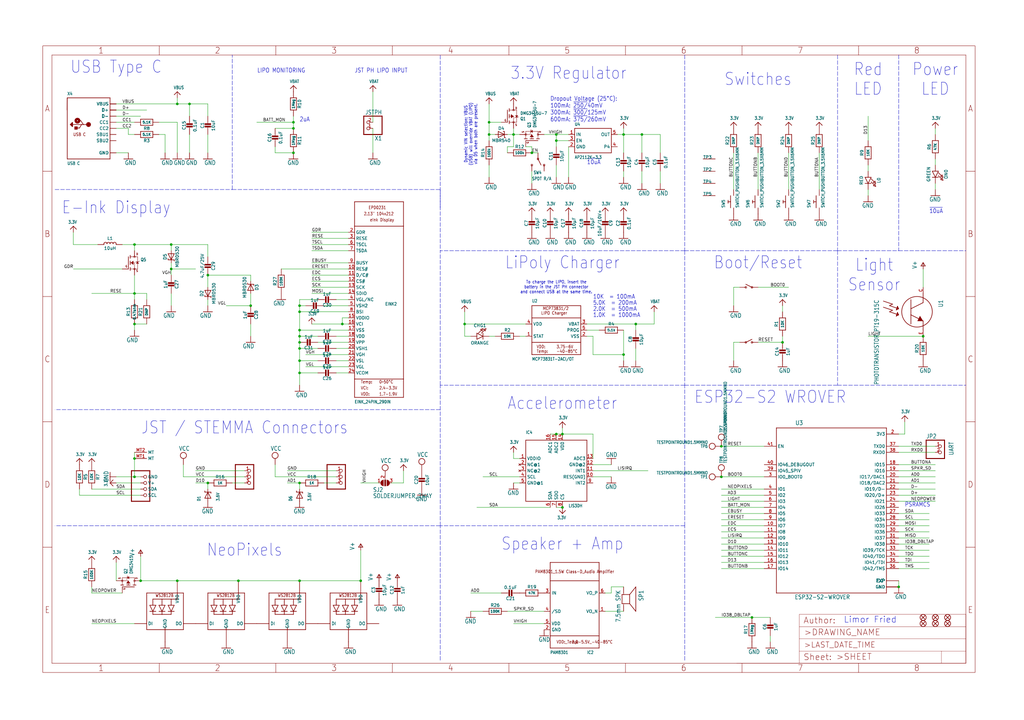
<source format=kicad_sch>
(kicad_sch (version 20211123) (generator eeschema)
  (paper "User" 425.45 299.161)
  (junction (at 220.98 63.5))
  (junction (at 124.46 154.94))
  (junction (at 231.14 58.42))
  (junction (at 55.88 101.6))
  (junction (at 124.46 137.16))
  (junction (at 124.46 149.86))
  (junction (at 259.08 147.32))
  (junction (at 124.46 129.54))
  (junction (at 55.88 121.92))
  (junction (at 73.66 43.18))
  (junction (at 124.46 139.7))
  (junction (at 213.36 55.88))
  (junction (at 124.46 200.66))
  (junction (at 86.36 114.3))
  (junction (at 193.04 134.62))
  (junction (at 312.42 256.54))
  (junction (at 124.46 127))
  (junction (at 231.14 180.34))
  (junction (at 299.72 185.42))
  (junction (at 71.12 111.76))
  (junction (at 124.46 142.24))
  (junction (at 383.54 139.7))
  (junction (at 71.12 101.6))
  (junction (at 99.06 241.3))
  (junction (at 231.14 55.88))
  (junction (at 58.42 241.3))
  (junction (at 203.2 55.88))
  (junction (at 55.88 190.5))
  (junction (at 55.88 134.62))
  (junction (at 121.92 63.5))
  (junction (at 73.66 241.3))
  (junction (at 104.14 127))
  (junction (at 299.72 198.12))
  (junction (at 86.36 200.66))
  (junction (at 142.24 134.62))
  (junction (at 149.86 241.3))
  (junction (at 325.12 142.24))
  (junction (at 264.16 134.62))
  (junction (at 259.08 55.88))
  (junction (at 121.92 53.34))
  (junction (at 124.46 144.78))
  (junction (at 233.68 210.82))
  (junction (at 55.88 198.12))
  (junction (at 121.92 50.8))
  (junction (at 78.74 43.18))
  (junction (at 203.2 50.8))
  (junction (at 373.38 243.84))
  (junction (at 233.68 180.34))
  (junction (at 266.7 55.88))
  (junction (at 124.46 241.3))
  (wire (pts (xy 86.36 43.18) (xy 78.74 43.18)))
  (wire (pts (xy 195.58 139.7) (xy 193.04 139.7)))
  (wire (pts (xy 203.2 55.88) (xy 203.2 50.8)))
  (wire (pts (xy 66.04 50.8) (xy 73.66 50.8)))
  (wire (pts (xy 388.62 55.88) (xy 388.62 53.34)))
  (wire (pts (xy 30.48 111.76) (xy 50.8 111.76)))
  (wire (pts (xy 142.24 132.08) (xy 142.24 134.62)))
  (wire (pts (xy 66.04 55.88) (xy 68.58 55.88)))
  (wire (pts (xy 124.46 154.94) (xy 124.46 149.86)))
  (polyline (pts (xy 284.48 104.14) (xy 182.88 104.14)))
  (wire (pts (xy 314.96 142.24) (xy 325.12 142.24)))
  (wire (pts (xy 124.46 127) (xy 127 127)))
  (wire (pts (xy 317.5 236.22) (xy 299.72 236.22)))
  (wire (pts (xy 129.54 104.14) (xy 144.78 104.14)))
  (wire (pts (xy 101.6 200.66) (xy 96.52 200.66)))
  (wire (pts (xy 312.42 256.54) (xy 297.18 256.54)))
  (wire (pts (xy 259.08 55.88) (xy 259.08 53.34)))
  (wire (pts (xy 373.38 185.42) (xy 388.62 185.42)))
  (wire (pts (xy 271.78 129.54) (xy 271.78 134.62)))
  (wire (pts (xy 205.74 55.88) (xy 203.2 55.88)))
  (wire (pts (xy 154.94 63.5) (xy 154.94 53.34)))
  (wire (pts (xy 93.98 127) (xy 104.14 127)))
  (wire (pts (xy 215.9 139.7) (xy 218.44 139.7)))
  (wire (pts (xy 121.92 48.26) (xy 121.92 50.8)))
  (wire (pts (xy 386.08 213.36) (xy 373.38 213.36)))
  (wire (pts (xy 73.66 40.64) (xy 73.66 43.18)))
  (wire (pts (xy 124.46 200.66) (xy 119.38 200.66)))
  (wire (pts (xy 373.38 195.58) (xy 388.62 195.58)))
  (wire (pts (xy 299.72 218.44) (xy 317.5 218.44)))
  (wire (pts (xy 139.7 200.66) (xy 134.62 200.66)))
  (wire (pts (xy 223.52 63.5) (xy 220.98 63.5)))
  (wire (pts (xy 325.12 139.7) (xy 325.12 142.24)))
  (wire (pts (xy 114.3 53.34) (xy 121.92 53.34)))
  (wire (pts (xy 299.72 213.36) (xy 317.5 213.36)))
  (wire (pts (xy 71.12 109.22) (xy 71.12 111.76)))
  (wire (pts (xy 215.9 198.12) (xy 200.66 198.12)))
  (wire (pts (xy 144.78 142.24) (xy 132.08 142.24)))
  (wire (pts (xy 124.46 129.54) (xy 124.46 127)))
  (wire (pts (xy 299.72 226.06) (xy 317.5 226.06)))
  (wire (pts (xy 86.36 200.66) (xy 81.28 200.66)))
  (wire (pts (xy 55.88 259.08) (xy 38.1 259.08)))
  (wire (pts (xy 246.38 195.58) (xy 269.24 195.58)))
  (wire (pts (xy 58.42 241.3) (xy 73.66 241.3)))
  (wire (pts (xy 246.38 190.5) (xy 246.38 180.34)))
  (wire (pts (xy 373.38 208.28) (xy 388.62 208.28)))
  (wire (pts (xy 60.96 134.62) (xy 55.88 134.62)))
  (wire (pts (xy 208.28 50.8) (xy 203.2 50.8)))
  (wire (pts (xy 243.84 139.7) (xy 246.38 139.7)))
  (wire (pts (xy 228.6 210.82) (xy 198.12 210.82)))
  (wire (pts (xy 373.38 200.66) (xy 388.62 200.66)))
  (wire (pts (xy 124.46 139.7) (xy 124.46 137.16)))
  (wire (pts (xy 274.32 71.12) (xy 274.32 76.2)))
  (wire (pts (xy 124.46 149.86) (xy 124.46 144.78)))
  (wire (pts (xy 233.68 177.8) (xy 233.68 180.34)))
  (wire (pts (xy 383.54 139.7) (xy 360.68 139.7)))
  (polyline (pts (xy 347.98 104.14) (xy 347.98 160.02)))
  (wire (pts (xy 210.82 55.88) (xy 213.36 55.88)))
  (wire (pts (xy 274.32 55.88) (xy 274.32 63.5)))
  (wire (pts (xy 304.8 142.24) (xy 304.8 149.86)))
  (wire (pts (xy 38.1 246.38) (xy 38.1 243.84)))
  (wire (pts (xy 251.46 246.38) (xy 254 246.38)))
  (wire (pts (xy 48.26 43.18) (xy 73.66 43.18)))
  (wire (pts (xy 213.36 53.34) (xy 213.36 55.88)))
  (wire (pts (xy 121.92 50.8) (xy 106.68 50.8)))
  (wire (pts (xy 246.38 139.7) (xy 246.38 147.32)))
  (polyline (pts (xy 182.88 218.44) (xy 22.86 218.44)))
  (wire (pts (xy 208.28 246.38) (xy 195.58 246.38)))
  (wire (pts (xy 231.14 58.42) (xy 231.14 55.88)))
  (polyline (pts (xy 96.52 78.74) (xy 96.52 22.86)))
  (wire (pts (xy 144.78 152.4) (xy 127 152.4)))
  (wire (pts (xy 299.72 228.6) (xy 317.5 228.6)))
  (polyline (pts (xy 347.98 160.02) (xy 401.32 160.02)))
  (wire (pts (xy 144.78 139.7) (xy 139.7 139.7)))
  (wire (pts (xy 132.08 144.78) (xy 124.46 144.78)))
  (wire (pts (xy 157.48 200.66) (xy 149.86 200.66)))
  (wire (pts (xy 81.28 111.76) (xy 71.12 111.76)))
  (wire (pts (xy 373.38 198.12) (xy 388.62 198.12)))
  (wire (pts (xy 55.88 137.16) (xy 55.88 134.62)))
  (wire (pts (xy 307.34 142.24) (xy 304.8 142.24)))
  (polyline (pts (xy 347.98 104.14) (xy 373.38 104.14)))
  (wire (pts (xy 259.08 254) (xy 251.46 254)))
  (wire (pts (xy 48.26 233.68) (xy 48.26 241.3)))
  (wire (pts (xy 375.92 180.34) (xy 375.92 175.26)))
  (wire (pts (xy 314.96 63.5) (xy 314.96 78.74)))
  (wire (pts (xy 340.36 63.5) (xy 340.36 78.74)))
  (wire (pts (xy 60.96 121.92) (xy 60.96 124.46)))
  (wire (pts (xy 129.54 119.38) (xy 144.78 119.38)))
  (wire (pts (xy 144.78 137.16) (xy 124.46 137.16)))
  (wire (pts (xy 317.5 205.74) (xy 299.72 205.74)))
  (wire (pts (xy 193.04 139.7) (xy 193.04 134.62)))
  (wire (pts (xy 360.68 68.58) (xy 360.68 71.12)))
  (wire (pts (xy 48.26 50.8) (xy 55.88 50.8)))
  (wire (pts (xy 144.78 121.92) (xy 129.54 121.92)))
  (polyline (pts (xy 182.88 86.36) (xy 182.88 22.86)))
  (wire (pts (xy 317.5 203.2) (xy 299.72 203.2)))
  (wire (pts (xy 129.54 116.84) (xy 144.78 116.84)))
  (polyline (pts (xy 284.48 22.86) (xy 284.48 104.14)))
  (wire (pts (xy 124.46 142.24) (xy 124.46 139.7)))
  (wire (pts (xy 78.74 43.18) (xy 73.66 43.18)))
  (wire (pts (xy 86.36 124.46) (xy 86.36 127)))
  (wire (pts (xy 246.38 180.34) (xy 233.68 180.34)))
  (wire (pts (xy 193.04 134.62) (xy 218.44 134.62)))
  (wire (pts (xy 48.26 48.26) (xy 58.42 48.26)))
  (wire (pts (xy 246.38 198.12) (xy 254 198.12)))
  (wire (pts (xy 226.06 254) (xy 210.82 254)))
  (wire (pts (xy 373.38 226.06) (xy 386.08 226.06)))
  (wire (pts (xy 144.78 96.52) (xy 129.54 96.52)))
  (wire (pts (xy 304.8 119.38) (xy 304.8 127)))
  (wire (pts (xy 124.46 137.16) (xy 124.46 129.54)))
  (wire (pts (xy 266.7 55.88) (xy 266.7 63.5)))
  (wire (pts (xy 68.58 55.88) (xy 68.58 63.5)))
  (wire (pts (xy 142.24 134.62) (xy 129.54 134.62)))
  (wire (pts (xy 132.08 139.7) (xy 124.46 139.7)))
  (polyline (pts (xy 284.48 274.32) (xy 284.48 218.44)))
  (wire (pts (xy 144.78 132.08) (xy 142.24 132.08)))
  (wire (pts (xy 50.8 246.38) (xy 38.1 246.38)))
  (wire (pts (xy 129.54 99.06) (xy 144.78 99.06)))
  (wire (pts (xy 317.5 223.52) (xy 299.72 223.52)))
  (wire (pts (xy 71.12 101.6) (xy 71.12 104.14)))
  (wire (pts (xy 86.36 55.88) (xy 86.36 63.5)))
  (wire (pts (xy 144.78 129.54) (xy 124.46 129.54)))
  (wire (pts (xy 132.08 124.46) (xy 124.46 124.46)))
  (wire (pts (xy 299.72 210.82) (xy 317.5 210.82)))
  (wire (pts (xy 55.88 187.96) (xy 55.88 190.5)))
  (wire (pts (xy 55.88 101.6) (xy 50.8 101.6)))
  (wire (pts (xy 220.98 60.96) (xy 220.98 63.5)))
  (wire (pts (xy 116.84 111.76) (xy 144.78 111.76)))
  (wire (pts (xy 86.36 48.26) (xy 86.36 43.18)))
  (wire (pts (xy 71.12 114.3) (xy 71.12 111.76)))
  (wire (pts (xy 231.14 68.58) (xy 231.14 73.66)))
  (wire (pts (xy 304.8 78.74) (xy 304.8 63.5)))
  (wire (pts (xy 320.04 266.7) (xy 320.04 264.16)))
  (polyline (pts (xy 284.48 104.14) (xy 284.48 160.02)))
  (wire (pts (xy 327.66 63.5) (xy 327.66 78.74)))
  (polyline (pts (xy 96.52 78.74) (xy 182.88 78.74)))
  (wire (pts (xy 373.38 228.6) (xy 386.08 228.6)))
  (polyline (pts (xy 284.48 160.02) (xy 347.98 160.02)))
  (polyline (pts (xy 284.48 160.02) (xy 182.88 160.02)))
  (wire (pts (xy 139.7 195.58) (xy 119.38 195.58)))
  (wire (pts (xy 132.08 154.94) (xy 124.46 154.94)))
  (wire (pts (xy 220.98 76.2) (xy 220.98 71.12)))
  (wire (pts (xy 55.88 124.46) (xy 55.88 121.92)))
  (wire (pts (xy 121.92 63.5) (xy 114.3 63.5)))
  (polyline (pts (xy 182.88 218.44) (xy 182.88 160.02)))
  (wire (pts (xy 78.74 63.5) (xy 78.74 55.88)))
  (wire (pts (xy 154.94 38.1) (xy 154.94 50.8)))
  (wire (pts (xy 114.3 198.12) (xy 139.7 198.12)))
  (wire (pts (xy 132.08 149.86) (xy 124.46 149.86)))
  (wire (pts (xy 254 246.38) (xy 254 243.84)))
  (wire (pts (xy 226.06 55.88) (xy 231.14 55.88)))
  (wire (pts (xy 99.06 241.3) (xy 124.46 241.3)))
  (wire (pts (xy 383.54 111.76) (xy 383.54 119.38)))
  (wire (pts (xy 48.26 200.66) (xy 58.42 200.66)))
  (wire (pts (xy 264.16 137.16) (xy 264.16 134.62)))
  (wire (pts (xy 246.38 193.04) (xy 254 193.04)))
  (wire (pts (xy 149.86 241.3) (xy 149.86 228.6)))
  (wire (pts (xy 121.92 50.8) (xy 121.92 53.34)))
  (wire (pts (xy 55.88 198.12) (xy 48.26 198.12)))
  (wire (pts (xy 213.36 200.66) (xy 215.9 200.66)))
  (wire (pts (xy 213.36 60.96) (xy 213.36 55.88)))
  (wire (pts (xy 373.38 193.04) (xy 388.62 193.04)))
  (wire (pts (xy 55.88 114.3) (xy 55.88 121.92)))
  (wire (pts (xy 256.54 55.88) (xy 259.08 55.88)))
  (wire (pts (xy 213.36 190.5) (xy 213.36 187.96)))
  (wire (pts (xy 139.7 149.86) (xy 144.78 149.86)))
  (wire (pts (xy 55.88 104.14) (xy 55.88 101.6)))
  (wire (pts (xy 58.42 241.3) (xy 58.42 231.14)))
  (wire (pts (xy 139.7 154.94) (xy 144.78 154.94)))
  (wire (pts (xy 71.12 101.6) (xy 86.36 101.6)))
  (wire (pts (xy 373.38 241.3) (xy 373.38 243.84)))
  (wire (pts (xy 226.06 259.08) (xy 213.36 259.08)))
  (wire (pts (xy 299.72 220.98) (xy 317.5 220.98)))
  (wire (pts (xy 373.38 215.9) (xy 386.08 215.9)))
  (wire (pts (xy 114.3 198.12) (xy 114.3 193.04)))
  (wire (pts (xy 104.14 139.7) (xy 104.14 134.62)))
  (wire (pts (xy 139.7 144.78) (xy 144.78 144.78)))
  (wire (pts (xy 55.88 101.6) (xy 71.12 101.6)))
  (wire (pts (xy 86.36 101.6) (xy 86.36 106.68)))
  (wire (pts (xy 231.14 210.82) (xy 233.68 210.82)))
  (wire (pts (xy 373.38 203.2) (xy 388.62 203.2)))
  (wire (pts (xy 48.26 53.34) (xy 53.34 53.34)))
  (wire (pts (xy 144.78 124.46) (xy 139.7 124.46)))
  (wire (pts (xy 325.12 127) (xy 325.12 129.54)))
  (wire (pts (xy 78.74 43.18) (xy 78.74 48.26)))
  (wire (pts (xy 203.2 73.66) (xy 203.2 68.58)))
  (wire (pts (xy 144.78 114.3) (xy 129.54 114.3)))
  (wire (pts (xy 373.38 223.52) (xy 386.08 223.52)))
  (wire (pts (xy 236.22 58.42) (xy 231.14 58.42)))
  (wire (pts (xy 58.42 203.2) (xy 38.1 203.2)))
  (wire (pts (xy 210.82 60.96) (xy 213.36 60.96)))
  (wire (pts (xy 360.68 81.28) (xy 360.68 78.74)))
  (wire (pts (xy 388.62 68.58) (xy 388.62 66.04)))
  (wire (pts (xy 53.34 53.34) (xy 53.34 55.88)))
  (polyline (pts (xy 347.98 22.86) (xy 347.98 104.14)))
  (polyline (pts (xy 182.88 170.18) (xy 22.86 170.18)))
  (wire (pts (xy 264.16 144.78) (xy 264.16 149.86)))
  (wire (pts (xy 144.78 109.22) (xy 129.54 109.22)))
  (wire (pts (xy 124.46 203.2) (xy 124.46 200.66)))
  (wire (pts (xy 373.38 218.44) (xy 386.08 218.44)))
  (polyline (pts (xy 373.38 104.14) (xy 401.32 104.14)))
  (wire (pts (xy 218.44 60.96) (xy 220.98 60.96)))
  (wire (pts (xy 259.08 147.32) (xy 259.08 149.86)))
  (wire (pts (xy 266.7 71.12) (xy 266.7 76.2)))
  (wire (pts (xy 167.64 200.66) (xy 167.64 195.58)))
  (wire (pts (xy 55.88 121.92) (xy 60.96 121.92)))
  (wire (pts (xy 76.2 198.12) (xy 76.2 193.04)))
  (wire (pts (xy 48.26 45.72) (xy 60.96 45.72)))
  (wire (pts (xy 317.5 215.9) (xy 299.72 215.9)))
  (wire (pts (xy 55.88 190.5) (xy 55.88 198.12)))
  (polyline (pts (xy 284.48 218.44) (xy 284.48 160.02)))
  (polyline (pts (xy 182.88 160.02) (xy 182.88 104.14)))
  (wire (pts (xy 76.2 198.12) (xy 101.6 198.12)))
  (polyline (pts (xy 284.48 218.44) (xy 182.88 218.44)))
  (wire (pts (xy 162.56 200.66) (xy 167.64 200.66)))
  (polyline (pts (xy 182.88 78.74) (xy 182.88 104.14)))
  (wire (pts (xy 231.14 60.96) (xy 231.14 58.42)))
  (wire (pts (xy 386.08 231.14) (xy 373.38 231.14)))
  (wire (pts (xy 215.9 190.5) (xy 213.36 190.5)))
  (wire (pts (xy 73.66 50.8) (xy 73.66 63.5)))
  (wire (pts (xy 203.2 58.42) (xy 203.2 55.88)))
  (wire (pts (xy 236.22 55.88) (xy 231.14 55.88)))
  (wire (pts (xy 124.46 160.02) (xy 124.46 154.94)))
  (wire (pts (xy 299.72 208.28) (xy 317.5 208.28)))
  (wire (pts (xy 144.78 147.32) (xy 127 147.32)))
  (wire (pts (xy 254 243.84) (xy 259.08 243.84)))
  (wire (pts (xy 203.2 139.7) (xy 205.74 139.7)))
  (wire (pts (xy 259.08 71.12) (xy 259.08 73.66)))
  (wire (pts (xy 129.54 101.6) (xy 144.78 101.6)))
  (wire (pts (xy 203.2 50.8) (xy 203.2 43.18)))
  (wire (pts (xy 144.78 127) (xy 134.62 127)))
  (wire (pts (xy 320.04 256.54) (xy 312.42 256.54)))
  (wire (pts (xy 386.08 236.22) (xy 373.38 236.22)))
  (wire (pts (xy 73.66 241.3) (xy 99.06 241.3)))
  (wire (pts (xy 373.38 220.98) (xy 386.08 220.98)))
  (wire (pts (xy 246.38 147.32) (xy 259.08 147.32)))
  (wire (pts (xy 210.82 63.5) (xy 210.82 60.96)))
  (wire (pts (xy 86.36 203.2) (xy 86.36 200.66)))
  (wire (pts (xy 259.08 63.5) (xy 259.08 55.88)))
  (wire (pts (xy 124.46 241.3) (xy 149.86 241.3)))
  (wire (pts (xy 200.66 254) (xy 195.58 254)))
  (wire (pts (xy 236.22 60.96) (xy 236.22 73.66)))
  (wire (pts (xy 124.46 144.78) (xy 124.46 142.24)))
  (wire (pts (xy 142.24 134.62) (xy 144.78 134.62)))
  (wire (pts (xy 193.04 129.54) (xy 193.04 134.62)))
  (wire (pts (xy 317.5 185.42) (xy 299.72 185.42)))
  (wire (pts (xy 243.84 137.16) (xy 248.92 137.16)))
  (wire (pts (xy 266.7 55.88) (xy 274.32 55.88)))
  (wire (pts (xy 231.14 180.34) (xy 228.6 180.34)))
  (wire (pts (xy 233.68 180.34) (xy 231.14 180.34)))
  (wire (pts (xy 360.68 48.26) (xy 360.68 58.42)))
  (wire (pts (xy 33.02 205.74) (xy 33.02 203.2)))
  (polyline (pts (xy 373.38 22.86) (xy 373.38 104.14)))
  (polyline (pts (xy 284.48 104.14) (xy 347.98 104.14)))
  (wire (pts (xy 388.62 76.2) (xy 388.62 78.74)))
  (wire (pts (xy 317.5 231.14) (xy 299.72 231.14)))
  (wire (pts (xy 215.9 55.88) (xy 213.36 55.88)))
  (polyline (pts (xy 22.86 78.74) (xy 96.52 78.74)))
  (wire (pts (xy 264.16 134.62) (xy 243.84 134.62)))
  (wire (pts (xy 264.16 134.62) (xy 271.78 134.62)))
  (polyline (pts (xy 182.88 274.32) (xy 182.88 218.44)))
  (wire (pts (xy 314.96 119.38) (xy 327.66 119.38)))
  (wire (pts (xy 53.34 55.88) (xy 55.88 55.88)))
  (wire (pts (xy 317.5 198.12) (xy 299.72 198.12)))
  (wire (pts (xy 86.36 119.38) (xy 86.36 114.3)))
  (wire (pts (xy 259.08 55.88) (xy 266.7 55.88)))
  (wire (pts (xy 53.34 63.5) (xy 48.26 63.5)))
  (wire (pts (xy 55.88 121.92) (xy 38.1 121.92)))
  (wire (pts (xy 30.48 101.6) (xy 40.64 101.6)))
  (wire (pts (xy 114.3 63.5) (xy 114.3 60.96)))
  (wire (pts (xy 58.42 205.74) (xy 33.02 205.74)))
  (wire (pts (xy 124.46 124.46) (xy 124.46 127)))
  (wire (pts (xy 307.34 119.38) (xy 304.8 119.38)))
  (wire (pts (xy 55.88 198.12) (xy 58.42 198.12)))
  (wire (pts (xy 101.6 195.58) (xy 81.28 195.58)))
  (wire (pts (xy 71.12 121.92) (xy 71.12 127)))
  (wire (pts (xy 104.14 127) (xy 104.14 121.92)))
  (wire (pts (xy 373.38 180.34) (xy 375.92 180.34)))
  (wire (pts (xy 373.38 205.74) (xy 388.62 205.74)))
  (wire (pts (xy 104.14 114.3) (xy 86.36 114.3)))
  (wire (pts (xy 373.38 233.68) (xy 386.08 233.68)))
  (wire (pts (xy 317.5 233.68) (xy 299.72 233.68)))
  (wire (pts (xy 104.14 116.84) (xy 104.14 114.3)))
  (wire (pts (xy 30.48 96.52) (xy 30.48 101.6)))
  (wire (pts (xy 259.08 137.16) (xy 259.08 147.32)))
  (wire (pts (xy 373.38 187.96) (xy 388.62 187.96)))
  (text "Switches" (at 314.96 33.02 180) (effects (font (size 5.08 4.318))))
  (text "USB Type C" (at 48.26 27.94 180) (effects (font (size 5.08 4.318))))
  (text "Dynamic VIN selection: VBUS\n(USB) will override VBAT (LIPO)\nvia D5 when both are present." (at 195.58 55.88 90) (effects (font (size 1.27 1.0795))))
  (text "Limor Fried" (at 350.52 259.08 180) (effects (font (size 2.54 2.54)) (justify left bottom)))
  (text "NeoPixels" (at 101.6 228.6 180) (effects (font (size 5.08 4.318))))
  (text "~{10uA}" (at 386.08 88.9 180) (effects (font (size 1.778 1.5113)) (justify left bottom)))
  (text "ESP32-S2 WROVER" (at 320.04 165.1 180) (effects (font (size 5.08 4.318))))
  (text "Dropout Voltage (25°C):\n100mA: ~{250/}40mV\n300mA: ~{300/}125mV\n600mA: ~{375/}260mV" (at 228.6 50.8 0) (effects (font (size 1.778 1.5113)) (justify left bottom)))
  (text "LiPoly Charger" (at 233.68 109.22 180) (effects (font (size 5.08 4.318))))
  (text "To charge the LIPO, insert the\nbattery in the JST PH connector\nand connect USB at the same time." (at 231.14 119.38 0) (effects (font (size 1.27 1.0795))))
  (text "Light\nSensor" (at 363.22 114.3 180) (effects (font (size 5.08 4.318))))
  (text "LIPO MONITORING" (at 116.84 30.48 180) (effects (font (size 1.778 1.5113)) (justify bottom)))
  (text "PSRAMCS" (at 375.92 210.82 180) (effects (font (size 1.778 1.5113)) (justify left bottom)))
  (text "Power\nLED" (at 388.62 33.02 180) (effects (font (size 5.08 4.318))))
  (text "Boot/Reset" (at 314.96 109.22 180) (effects (font (size 5.08 4.318))))
  (text "2uA" (at 124.46 50.8 180) (effects (font (size 1.778 1.5113)) (justify left bottom)))
  (text "2.0K  = 500mA" (at 246.38 129.54 180) (effects (font (size 1.778 1.5113)) (justify left bottom)))
  (text "Speaker + Amp" (at 233.68 226.06 180) (effects (font (size 5.08 4.318))))
  (text "JST / STEMMA Connectors" (at 101.6 177.8 180) (effects (font (size 5.08 4.318))))
  (text "~{10uA}" (at 243.84 68.58 180) (effects (font (size 1.778 1.5113)) (justify left bottom)))
  (text "5.0K  = 200mA" (at 246.38 127 180) (effects (font (size 1.778 1.5113)) (justify left bottom)))
  (text "Red\nLED" (at 360.68 33.02 180) (effects (font (size 5.08 4.318))))
  (text "JST PH LIPO INPUT" (at 147.32 30.48 180) (effects (font (size 1.778 1.5113)) (justify left bottom)))
  (text "10K  = 100mA" (at 246.38 124.46 180) (effects (font (size 1.778 1.5113)) (justify left bottom)))
  (text "Accelerometer" (at 233.68 167.64 180) (effects (font (size 5.08 4.318))))
  (text "3.3V Regulator" (at 236.22 30.48 180) (effects (font (size 5.08 4.318))))
  (text "E-Ink Display" (at 48.26 86.36 180) (effects (font (size 5.08 4.318))))
  (text "1.0K  = 1000mA" (at 246.38 132.08 180) (effects (font (size 1.778 1.5113)) (justify left bottom)))
  (label "D+" (at 50.8 45.72 0) (effects (font (size 1.2446 1.2446))))
  (label "VCC" (at 119.38 198.12 0) (effects (font (size 1.2446 1.2446))))
  (label "RESET" (at 302.26 185.42 0) (effects (font (size 1.2446 1.2446))))
  (label "SPKR_SD" (at 378.46 195.58 0) (effects (font (size 1.2446 1.2446))))
  (label "D13" (at 360.68 55.88 90) (effects (font (size 1.2446 1.2446))))
  (label "GDR" (at 129.54 96.52 0) (effects (font (size 1.2446 1.2446))))
  (label "BATT_MON" (at 109.22 50.8 0) (effects (font (size 1.2446 1.2446))))
  (label "SDA" (at 375.92 213.36 0) (effects (font (size 1.2446 1.2446))))
  (label "SCL" (at 48.26 205.74 0) (effects (font (size 1.2446 1.2446))))
  (label "IO38_DBLTAP" (at 299.72 256.54 0) (effects (font (size 1.2446 1.2446))))
  (label "SPKR_SD" (at 213.36 254 0) (effects (font (size 1.2446 1.2446))))
  (label "D13" (at 302.26 233.68 0) (effects (font (size 1.2446 1.2446))))
  (label "EDC" (at 302.26 218.44 0) (effects (font (size 1.2446 1.2446))))
  (label "TCK" (at 375.92 228.6 0) (effects (font (size 1.2446 1.2446))))
  (label "AD3" (at 302.26 205.74 0) (effects (font (size 1.2446 1.2446))))
  (label "EBUSY" (at 302.26 213.36 0) (effects (font (size 1.2446 1.2446))))
  (label "MOSI" (at 375.92 218.44 0) (effects (font (size 1.2446 1.2446))))
  (label "VGH" (at 127 147.32 0) (effects (font (size 1.2446 1.2446))))
  (label "NEOPOWER" (at 38.1 246.38 0) (effects (font (size 1.2446 1.2446))))
  (label "BUTTOND" (at 327.66 73.66 90) (effects (font (size 1.2446 1.2446))))
  (label "VGL" (at 127 152.4 0) (effects (font (size 1.2446 1.2446))))
  (label "VCC" (at 81.28 198.12 0) (effects (font (size 1.2446 1.2446))))
  (label "D-" (at 50.8 48.26 0) (effects (font (size 1.2446 1.2446))))
  (label "LIGHT" (at 302.26 208.28 0) (effects (font (size 1.2446 1.2446))))
  (label "AD0" (at 195.58 246.38 0) (effects (font (size 1.2446 1.2446))))
  (label "D10" (at 81.28 200.66 0) (effects (font (size 1.2446 1.2446))))
  (label "TXD0" (at 378.46 185.42 0) (effects (font (size 1.2446 1.2446))))
  (label "CC1" (at 50.8 50.8 0) (effects (font (size 1.2446 1.2446))))
  (label "BATT_MON" (at 302.26 210.82 0) (effects (font (size 1.2446 1.2446))))
  (label "LISIRQ" (at 256.54 195.58 0) (effects (font (size 1.2446 1.2446))))
  (label "VGL" (at 93.98 127 180) (effects (font (size 1.2446 1.2446))))
  (label "MISO" (at 375.92 223.52 0) (effects (font (size 1.2446 1.2446))))
  (label "LIGHT" (at 360.68 139.7 0) (effects (font (size 1.2446 1.2446))))
  (label "BUTTONA" (at 340.36 73.66 90) (effects (font (size 1.2446 1.2446))))
  (label "VBUS" (at 50.8 43.18 0) (effects (font (size 1.2446 1.2446))))
  (label "VHIGH" (at 213.36 259.08 0) (effects (font (size 1.2446 1.2446))))
  (label "D10" (at 302.26 226.06 0) (effects (font (size 1.2446 1.2446))))
  (label "EBUSY" (at 129.54 109.22 0) (effects (font (size 1.2446 1.2446))))
  (label "RESET" (at 314.96 142.24 0) (effects (font (size 1.3513 1.3513))))
  (label "TSDA" (at 129.54 104.14 0) (effects (font (size 1.2446 1.2446))))
  (label "RESE" (at 45.72 121.92 0) (effects (font (size 1.2446 1.2446))))
  (label "CC2" (at 50.8 53.34 0) (effects (font (size 1.2446 1.2446))))
  (label "TMS" (at 375.92 236.22 0) (effects (font (size 1.2446 1.2446))))
  (label "BUTTONC" (at 304.8 73.66 90) (effects (font (size 1.2446 1.2446))))
  (label "AD1" (at 119.38 200.66 0) (effects (font (size 1.2446 1.2446))))
  (label "SDA" (at 48.26 203.2 0) (effects (font (size 1.2446 1.2446))))
  (label "IO38_DBLTAP" (at 375.92 226.06 0) (effects (font (size 1.2446 1.2446))))
  (label "VGH" (at 71.12 114.3 180) (effects (font (size 1.2446 1.2446))))
  (label "MOSI" (at 129.54 121.92 0) (effects (font (size 1.2446 1.2446))))
  (label "NEOPIXELS" (at 302.26 203.2 0) (effects (font (size 1.2446 1.2446))))
  (label "EDC" (at 129.54 114.3 0) (effects (font (size 1.2446 1.2446))))
  (label "TDO" (at 375.92 231.14 0) (effects (font (size 1.2446 1.2446))))
  (label "SCK" (at 375.92 220.98 0) (effects (font (size 1.2446 1.2446))))
  (label "SCL" (at 375.92 215.9 0) (effects (font (size 1.2446 1.2446))))
  (label "GDR" (at 30.48 111.76 180) (effects (font (size 1.2446 1.2446))))
  (label "GND" (at 119.38 195.58 0) (effects (font (size 1.2446 1.2446))))
  (label "BUTTONA" (at 378.46 193.04 0) (effects (font (size 1.2446 1.2446))))
  (label "ERESET" (at 129.54 111.76 0) (effects (font (size 1.2446 1.2446))))
  (label "NEOPIXELS" (at 38.1 259.08 0) (effects (font (size 1.2446 1.2446))))
  (label "BUTTONB" (at 314.96 73.66 90) (effects (font (size 1.2446 1.2446))))
  (label "LISIRQ" (at 302.26 223.52 0) (effects (font (size 1.2446 1.2446))))
  (label "SDA" (at 203.2 210.82 0) (effects (font (size 1.2446 1.2446))))
  (label "EN" (at 220.98 63.5 0) (effects (font (size 1.2446 1.2446))))
  (label "ECS" (at 129.54 116.84 0) (effects (font (size 1.2446 1.2446))))
  (label "BOOT0" (at 302.26 198.12 0) (effects (font (size 1.2446 1.2446))))
  (label "RESE" (at 129.54 99.06 0) (effects (font (size 1.2446 1.2446))))
  (label "VHIGH" (at 152.4 200.66 90) (effects (font (size 1.2446 1.2446))))
  (label "TSCL" (at 129.54 101.6 0) (effects (font (size 1.2446 1.2446))))
  (label "D-" (at 378.46 203.2 0) (effects (font (size 1.2446 1.2446))))
  (label "NEOPOWER" (at 378.46 208.28 0) (effects (font (size 1.2446 1.2446))))
  (label "GND" (at 81.28 195.58 0) (effects (font (size 1.2446 1.2446))))
  (label "AD1" (at 378.46 200.66 0) (effects (font (size 1.2446 1.2446))))
  (label "SCK" (at 129.54 119.38 0) (effects (font (size 1.2446 1.2446))))
  (label "BUTTOND" (at 302.26 228.6 0) (effects (font (size 1.2446 1.2446))))
  (label "BUTTONB" (at 302.26 236.22 0) (effects (font (size 1.2446 1.2446))))
  (label "SCL" (at 203.2 198.12 0) (effects (font (size 1.2446 1.2446))))
  (label "RXD0" (at 378.46 187.96 0) (effects (font (size 1.2446 1.2446))))
  (label "D+" (at 378.46 205.74 0) (effects (font (size 1.2446 1.2446))))
  (label "AD0" (at 378.46 198.12 0) (effects (font (size 1.2446 1.2446))))
  (label "ERESET" (at 302.26 215.9 0) (effects (font (size 1.2446 1.2446))))
  (label "BUTTONC" (at 302.26 231.14 0) (effects (font (size 1.2446 1.2446))))
  (label "TDI" (at 375.92 233.68 0) (effects (font (size 1.2446 1.2446))))
  (label "BOOT0" (at 320.04 119.38 0) (effects (font (size 1.2446 1.2446))))
  (label "ECS" (at 302.26 220.98 0) (effects (font (size 1.2446 1.2446))))
  (label "VHIGH" (at 233.68 55.88 180) (effects (font (size 1.2446 1.2446))))
  (symbol (lib_id "eagleSchem-eagle-import:CAP_CERAMIC0805-NOOUTLINE") (at 251.46 91.44 180) (unit 1)
    (property "Reference" "C9" (at 253.75 92.69 90))
    (property "Value" "10uF/10V+" (at 249.16 92.69 90))
    (property "Footprint" "eagleSchem:0805-NO" (effects hide))
  )
  (symbol (lib_id "eagleSchem-eagle-import:SEWTAP_SMTNUTM3") (at 292.1 71.12 0) (unit 1)
    (property "Reference" "TP2" (at 292.1 71.12 0) (effects (justify left bottom)))
    (property "Value" "SEWTAP_SMTNUTM3" (effects hide))
    (property "Footprint" "eagleSchem:SMT_NUT_3MM" (effects hide))
  )
  (symbol (lib_id "eagleSchem-eagle-import:VBAT") (at 121.92 35.56 0) (unit 1)
    (property "Reference" "#U$19" (effects hide))
    (property "Value" "VBAT" (at 120.396 34.544 0) (effects (font (size 1.27 1.0795)) (justify left bottom)))
    (property "Footprint" "eagleSchem:" (effects hide))
  )
  (symbol (lib_id "eagleSchem-eagle-import:GND") (at 175.26 205.74 0) (unit 1)
    (property "Reference" "#GND16" (effects hide))
    (property "Value" "GND" (at 172.72 208.28 0) (effects (font (size 1.778 1.5113)) (justify left bottom)))
    (property "Footprint" "eagleSchem:" (effects hide))
  )
  (symbol (lib_id "eagleSchem-eagle-import:VBAT") (at 271.78 127 0) (unit 1)
    (property "Reference" "#U$13" (effects hide))
    (property "Value" "VBAT" (at 270.256 125.984 0) (effects (font (size 1.27 1.0795)) (justify left bottom)))
    (property "Footprint" "eagleSchem:" (effects hide))
  )
  (symbol (lib_id "eagleSchem-eagle-import:CAP_CERAMIC0805-NOOUTLINE") (at 231.14 66.04 0) (unit 1)
    (property "Reference" "C11" (at 228.85 64.79 90))
    (property "Value" "10µF" (at 233.44 64.79 90))
    (property "Footprint" "eagleSchem:0805-NO" (effects hide))
  )
  (symbol (lib_id "eagleSchem-eagle-import:VBAT") (at 213.36 40.64 0) (unit 1)
    (property "Reference" "#U$59" (effects hide))
    (property "Value" "VBAT" (at 211.836 39.624 0) (effects (font (size 1.27 1.0795)) (justify left bottom)))
    (property "Footprint" "eagleSchem:" (effects hide))
  )
  (symbol (lib_id "eagleSchem-eagle-import:GND") (at 266.7 78.74 0) (unit 1)
    (property "Reference" "#U$4" (effects hide))
    (property "Value" "GND" (at 265.176 81.28 0) (effects (font (size 1.778 1.5113)) (justify left bottom)))
    (property "Footprint" "eagleSchem:" (effects hide))
  )
  (symbol (lib_id "eagleSchem-eagle-import:MOSFET-P") (at 220.98 55.88 90) (unit 1)
    (property "Reference" "Q3" (at 220.599 53.086 0) (effects (font (size 1.27 1.0795)) (justify left bottom)))
    (property "Value" "DMG3415U-7" (at 222.885 53.086 0) (effects (font (size 1.27 1.0795)) (justify left bottom)))
    (property "Footprint" "eagleSchem:SOT23-R" (effects hide))
  )
  (symbol (lib_id "eagleSchem-eagle-import:GND") (at 220.98 99.06 0) (unit 1)
    (property "Reference" "#U$42" (effects hide))
    (property "Value" "GND" (at 219.456 101.6 0) (effects (font (size 1.778 1.5113)) (justify left bottom)))
    (property "Footprint" "eagleSchem:" (effects hide))
  )
  (symbol (lib_id "eagleSchem-eagle-import:GND") (at 124.46 210.82 0) (unit 1)
    (property "Reference" "#GND3" (effects hide))
    (property "Value" "GND" (at 121.92 213.36 0) (effects (font (size 1.778 1.5113)) (justify left bottom)))
    (property "Footprint" "eagleSchem:" (effects hide))
  )
  (symbol (lib_id "eagleSchem-eagle-import:RESISTOR_0603_NOOUT") (at 254 137.16 0) (unit 1)
    (property "Reference" "R4" (at 254 134.62 0))
    (property "Value" "5.1k" (at 254 137.16 0) (effects (font (size 1.016 1.016) bold)))
    (property "Footprint" "eagleSchem:0603-NO" (effects hide))
  )
  (symbol (lib_id "eagleSchem-eagle-import:WS2812B_4020") (at 119.38 256.54 0) (unit 1)
    (property "Reference" "LED4" (effects hide))
    (property "Value" "WS2812B_4020" (effects hide))
    (property "Footprint" "eagleSchem:WS2812B_4020" (effects hide))
  )
  (symbol (lib_id "eagleSchem-eagle-import:SWITCH_PUSHBUTTON_3.5X6MM") (at 304.8 83.82 90) (unit 1)
    (property "Reference" "SW5" (at 301.244 86.36 0) (effects (font (size 1.27 1.0795)) (justify left bottom)))
    (property "Value" "SWITCH_PUSHBUTTON_3.5X6MM" (at 307.086 86.36 0) (effects (font (size 1.27 1.0795)) (justify left bottom)))
    (property "Footprint" "eagleSchem:TACTILE_3X6MM" (effects hide))
  )
  (symbol (lib_id "eagleSchem-eagle-import:CAP_CERAMIC0603_NO") (at 259.08 93.98 0) (unit 1)
    (property "Reference" "C2" (at 256.79 92.73 90))
    (property "Value" "0.1uF" (at 261.38 92.73 90))
    (property "Footprint" "eagleSchem:0603-NO" (effects hide))
  )
  (symbol (lib_id "eagleSchem-eagle-import:RESISTOR_0603_NOOUT") (at 314.96 58.42 90) (unit 1)
    (property "Reference" "R23" (at 312.42 58.42 0))
    (property "Value" "DNP" (at 314.96 58.42 0) (effects (font (size 1.016 1.016) bold)))
    (property "Footprint" "eagleSchem:0603-NO" (effects hide))
  )
  (symbol (lib_id "eagleSchem-eagle-import:3.3V") (at 251.46 86.36 0) (unit 1)
    (property "Reference" "#U$76" (effects hide))
    (property "Value" "3.3V" (at 249.936 85.344 0) (effects (font (size 1.27 1.0795)) (justify left bottom)))
    (property "Footprint" "eagleSchem:" (effects hide))
  )
  (symbol (lib_id "eagleSchem-eagle-import:LED0603_NOOUTLINE") (at 200.66 139.7 0) (unit 1)
    (property "Reference" "CHG1" (at 199.39 135.255 0))
    (property "Value" "ORANGE" (at 199.39 142.494 0))
    (property "Footprint" "eagleSchem:CHIPLED_0603_NOOUTLINE" (effects hide))
  )
  (symbol (lib_id "eagleSchem-eagle-import:MOSFET-P") (at 213.36 48.26 0) (mirror x) (unit 1)
    (property "Reference" "Q1" (at 216.154 48.641 0) (effects (font (size 1.27 1.0795)) (justify left bottom)))
    (property "Value" "DMG3415U-7" (at 216.154 46.355 0) (effects (font (size 1.27 1.0795)) (justify left bottom)))
    (property "Footprint" "eagleSchem:SOT23-R" (effects hide))
  )
  (symbol (lib_id "eagleSchem-eagle-import:TESTPOINTROUND1.5MMNO") (at 299.72 198.12 0) (unit 1)
    (property "Reference" "TP8" (at 299.72 192.532 90) (effects (font (size 1.27 1.0795)) (justify left)))
    (property "Value" "TESTPOINTROUND1.5MMNO" (at 301.371 192.532 90) (effects (font (size 1.27 1.0795)) (justify left)))
    (property "Footprint" "eagleSchem:TESTPOINT_ROUND_1.5MM_NO" (effects hide))
  )
  (symbol (lib_id "eagleSchem-eagle-import:HEADER-1X2ROUND") (at 391.16 187.96 0) (unit 1)
    (property "Reference" "JP2" (at 384.81 182.245 0) (effects (font (size 1.778 1.5113)) (justify left bottom)))
    (property "Value" "UART" (at 396.24 189.23 90) (effects (font (size 1.778 1.5113)) (justify left bottom)))
    (property "Footprint" "eagleSchem:1X02_ROUND" (effects hide))
  )
  (symbol (lib_id "eagleSchem-eagle-import:RESISTOR_0603_NOOUT") (at 340.36 58.42 90) (unit 1)
    (property "Reference" "R25" (at 337.82 58.42 0))
    (property "Value" "DNP" (at 340.36 58.42 0) (effects (font (size 1.016 1.016) bold)))
    (property "Footprint" "eagleSchem:0603-NO" (effects hide))
  )
  (symbol (lib_id "eagleSchem-eagle-import:3.3V") (at 48.26 231.14 0) (unit 1)
    (property "Reference" "#U$52" (effects hide))
    (property "Value" "3.3V" (at 46.736 230.124 0) (effects (font (size 1.27 1.0795)) (justify left bottom)))
    (property "Footprint" "eagleSchem:" (effects hide))
  )
  (symbol (lib_id "eagleSchem-eagle-import:CAP_CERAMIC0805-NOOUTLINE") (at 259.08 68.58 0) (unit 1)
    (property "Reference" "C13" (at 256.79 67.33 90))
    (property "Value" "10µF" (at 261.38 67.33 90))
    (property "Footprint" "eagleSchem:0805-NO" (effects hide))
  )
  (symbol (lib_id "eagleSchem-eagle-import:FIDUCIAL_1MM") (at 393.7 256.54 0) (unit 1)
    (property "Reference" "FID6" (effects hide))
    (property "Value" "FIDUCIAL_1MM" (effects hide))
    (property "Footprint" "eagleSchem:FIDUCIAL_1MM" (effects hide))
  )
  (symbol (lib_id "eagleSchem-eagle-import:GND") (at 254 200.66 0) (unit 1)
    (property "Reference" "#GND12" (effects hide))
    (property "Value" "GND" (at 251.46 203.2 0) (effects (font (size 1.778 1.5113)) (justify left bottom)))
    (property "Footprint" "eagleSchem:" (effects hide))
  )
  (symbol (lib_id "eagleSchem-eagle-import:VCC") (at 175.26 193.04 0) (unit 1)
    (property "Reference" "#SUPPLY2" (effects hide))
    (property "Value" "VCC" (at 173.355 189.865 0) (effects (font (size 1.778 1.5113)) (justify left bottom)))
    (property "Footprint" "eagleSchem:" (effects hide))
  )
  (symbol (lib_id "eagleSchem-eagle-import:CAP_CERAMIC0805-NOOUTLINE") (at 86.36 53.34 0) (unit 1)
    (property "Reference" "C1" (at 84.07 52.09 90))
    (property "Value" "10uF" (at 88.66 52.09 90))
    (property "Footprint" "eagleSchem:0805-NO" (effects hide))
  )
  (symbol (lib_id "eagleSchem-eagle-import:CAP_CERAMIC0805-NOOUTLINE") (at 137.16 124.46 90) (unit 1)
    (property "Reference" "C30" (at 135.91 126.75 90))
    (property "Value" "1uF" (at 135.91 122.16 90))
    (property "Footprint" "eagleSchem:0805-NO" (effects hide))
  )
  (symbol (lib_id "eagleSchem-eagle-import:3.3V") (at 327.66 50.8 0) (unit 1)
    (property "Reference" "#U$66" (effects hide))
    (property "Value" "3.3V" (at 326.136 49.784 0) (effects (font (size 1.27 1.0795)) (justify left bottom)))
    (property "Footprint" "eagleSchem:" (effects hide))
  )
  (symbol (lib_id "eagleSchem-eagle-import:RESISTOR_0603_NOOUT") (at 312.42 261.62 90) (unit 1)
    (property "Reference" "R17" (at 309.88 261.62 0))
    (property "Value" "1Meg" (at 312.42 261.62 0) (effects (font (size 1.016 1.016) bold)))
    (property "Footprint" "eagleSchem:0603-NO" (effects hide))
  )
  (symbol (lib_id "eagleSchem-eagle-import:VBAT") (at 154.94 35.56 0) (unit 1)
    (property "Reference" "#U$27" (effects hide))
    (property "Value" "VBAT" (at 153.416 34.544 0) (effects (font (size 1.27 1.0795)) (justify left bottom)))
    (property "Footprint" "eagleSchem:" (effects hide))
  )
  (symbol (lib_id "eagleSchem-eagle-import:EINK_24PIN_290IN") (at 157.48 124.46 0) (unit 1)
    (property "Reference" "EINK2" (at 160.02 127 0) (effects (font (size 1.27 1.0795)) (justify left bottom)))
    (property "Value" "EINK_24PIN_290IN" (at 147.32 167.64 0) (effects (font (size 1.27 1.0795)) (justify left bottom)))
    (property "Footprint" "eagleSchem:EINK_290IN" (effects hide))
  )
  (symbol (lib_id "eagleSchem-eagle-import:DIODE-SCHOTTKYSOD-123") (at 71.12 106.68 90) (mirror x) (unit 1)
    (property "Reference" "D5" (at 68.58 106.68 0))
    (property "Value" "MBR0530" (at 73.62 106.68 0))
    (property "Footprint" "eagleSchem:SOD-123" (effects hide))
  )
  (symbol (lib_id "eagleSchem-eagle-import:RESISTOR_0603_NOOUT") (at 33.02 198.12 270) (unit 1)
    (property "Reference" "R5" (at 35.56 198.12 0))
    (property "Value" "10K" (at 33.02 198.12 0) (effects (font (size 1.016 1.016) bold)))
    (property "Footprint" "eagleSchem:0603-NO" (effects hide))
  )
  (symbol (lib_id "eagleSchem-eagle-import:3.3V") (at 228.6 86.36 0) (unit 1)
    (property "Reference" "#U$39" (effects hide))
    (property "Value" "3.3V" (at 227.076 85.344 0) (effects (font (size 1.27 1.0795)) (justify left bottom)))
    (property "Footprint" "eagleSchem:" (effects hide))
  )
  (symbol (lib_id "eagleSchem-eagle-import:FIDUCIAL_1MM") (at 388.62 259.08 0) (unit 1)
    (property "Reference" "FID3" (effects hide))
    (property "Value" "FIDUCIAL_1MM" (effects hide))
    (property "Footprint" "eagleSchem:FIDUCIAL_1MM" (effects hide))
  )
  (symbol (lib_id "eagleSchem-eagle-import:3.3V") (at 220.98 86.36 0) (unit 1)
    (property "Reference" "#U$38" (effects hide))
    (property "Value" "3.3V" (at 219.456 85.344 0) (effects (font (size 1.27 1.0795)) (justify left bottom)))
    (property "Footprint" "eagleSchem:" (effects hide))
  )
  (symbol (lib_id "eagleSchem-eagle-import:CAP_CERAMIC0603_NO") (at 78.74 53.34 0) (unit 1)
    (property "Reference" "C15" (at 76.45 52.09 90))
    (property "Value" "0.1uF" (at 81.04 52.09 90))
    (property "Footprint" "eagleSchem:0603-NO" (effects hide))
  )
  (symbol (lib_id "eagleSchem-eagle-import:ESP32-S2-WROVER") (at 345.44 210.82 0) (unit 1)
    (property "Reference" "U3" (at 330.4041 176.6855 0) (effects (font (size 1.778 1.5113)) (justify left bottom)))
    (property "Value" "ESP32-S2-WROVER" (at 330.1533 249.0281 0) (effects (font (size 1.778 1.5113)) (justify left bottom)))
    (property "Footprint" "eagleSchem:MODULE_ESP32-S2-WROVER" (effects hide))
  )
  (symbol (lib_id "eagleSchem-eagle-import:3.3V") (at 314.96 50.8 0) (unit 1)
    (property "Reference" "#U$56" (effects hide))
    (property "Value" "3.3V" (at 313.436 49.784 0) (effects (font (size 1.27 1.0795)) (justify left bottom)))
    (property "Footprint" "eagleSchem:" (effects hide))
  )
  (symbol (lib_id "eagleSchem-eagle-import:RESISTOR_0603_NOOUT") (at 388.62 60.96 90) (unit 1)
    (property "Reference" "R6" (at 386.08 60.96 0))
    (property "Value" "47K" (at 388.62 60.96 0) (effects (font (size 1.016 1.016) bold)))
    (property "Footprint" "eagleSchem:0603-NO" (effects hide))
  )
  (symbol (lib_id "eagleSchem-eagle-import:SWITCH_PUSHBUTTON_3.5X6MM") (at 314.96 83.82 90) (unit 1)
    (property "Reference" "SW6" (at 311.404 86.36 0) (effects (font (size 1.27 1.0795)) (justify left bottom)))
    (property "Value" "SWITCH_PUSHBUTTON_3.5X6MM" (at 317.246 86.36 0) (effects (font (size 1.27 1.0795)) (justify left bottom)))
    (property "Footprint" "eagleSchem:TACTILE_3X6MM" (effects hide))
  )
  (symbol (lib_id "eagleSchem-eagle-import:V+") (at 165.1 238.76 0) (unit 1)
    (property "Reference" "#P+5" (effects hide))
    (property "Value" "V+" (at 162.56 241.3 90) (effects (font (size 1.778 1.5113)) (justify left bottom)))
    (property "Footprint" "eagleSchem:" (effects hide))
  )
  (symbol (lib_id "eagleSchem-eagle-import:FIDUCIAL_1MM") (at 383.54 256.54 0) (unit 1)
    (property "Reference" "FID4" (effects hide))
    (property "Value" "FIDUCIAL_1MM" (effects hide))
    (property "Footprint" "eagleSchem:FIDUCIAL_1MM" (effects hide))
  )
  (symbol (lib_id "eagleSchem-eagle-import:DIODE-SCHOTTKYSOD-123") (at 104.14 119.38 270) (mirror x) (unit 1)
    (property "Reference" "D3" (at 106.68 119.38 0))
    (property "Value" "MBR0530" (at 101.64 119.38 0))
    (property "Footprint" "eagleSchem:SOD-123" (effects hide))
  )
  (symbol (lib_id "eagleSchem-eagle-import:VBUS") (at 73.66 38.1 0) (unit 1)
    (property "Reference" "#U$2" (effects hide))
    (property "Value" "VBUS" (at 72.136 37.084 0) (effects (font (size 1.27 1.0795)) (justify left bottom)))
    (property "Footprint" "eagleSchem:" (effects hide))
  )
  (symbol (lib_id "eagleSchem-eagle-import:FIDUCIAL_1MM") (at 383.54 259.08 0) (unit 1)
    (property "Reference" "FID2" (effects hide))
    (property "Value" "FIDUCIAL_1MM" (effects hide))
    (property "Footprint" "eagleSchem:FIDUCIAL_1MM" (effects hide))
  )
  (symbol (lib_id "eagleSchem-eagle-import:ACCEL_LIS3DHTR") (at 231.14 195.58 0) (unit 1)
    (property "Reference" "IC4" (at 218.44 180.34 0) (effects (font (size 1.27 1.0795)) (justify left bottom)))
    (property "Value" "LIS3DH" (at 236.22 210.82 0) (effects (font (size 1.27 1.0795)) (justify left bottom)))
    (property "Footprint" "eagleSchem:LGA16_3X3MM" (effects hide))
  )
  (symbol (lib_id "eagleSchem-eagle-import:3.3V") (at 33.02 190.5 0) (unit 1)
    (property "Reference" "#U$49" (effects hide))
    (property "Value" "3.3V" (at 31.496 189.484 0) (effects (font (size 1.27 1.0795)) (justify left bottom)))
    (property "Footprint" "eagleSchem:" (effects hide))
  )
  (symbol (lib_id "eagleSchem-eagle-import:VCC") (at 76.2 190.5 0) (unit 1)
    (property "Reference" "#SUPPLY1" (effects hide))
    (property "Value" "VCC" (at 74.295 187.325 0) (effects (font (size 1.778 1.5113)) (justify left bottom)))
    (property "Footprint" "eagleSchem:" (effects hide))
  )
  (symbol (lib_id "eagleSchem-eagle-import:PHOTOTRANSISTOR_PT19-315C") (at 381 129.54 0) (unit 1)
    (property "Reference" "U1" (at 389.89 124.46 90) (effects (font (size 1.778 1.5113)) (justify right top)))
    (property "Value" "PHOTOTRANSISTOR_PT19-315C" (at 363.22 124.46 90) (effects (font (size 1.778 1.5113)) (justify right top)))
    (property "Footprint" "eagleSchem:ALS-PT19-315C" (effects hide))
  )
  (symbol (lib_id "eagleSchem-eagle-import:GND") (at 53.34 66.04 0) (unit 1)
    (property "Reference" "#U$31" (effects hide))
    (property "Value" "GND" (at 51.816 68.58 0) (effects (font (size 1.778 1.5113)) (justify left bottom)))
    (property "Footprint" "eagleSchem:" (effects hide))
  )
  (symbol (lib_id "eagleSchem-eagle-import:V+") (at 58.42 228.6 0) (unit 1)
    (property "Reference" "#P+6" (effects hide))
    (property "Value" "V+" (at 55.88 231.14 90) (effects (font (size 1.778 1.5113)) (justify left bottom)))
    (property "Footprint" "eagleSchem:" (effects hide))
  )
  (symbol (lib_id "eagleSchem-eagle-import:GND") (at 220.98 78.74 0) (unit 1)
    (property "Reference" "#U$36" (effects hide))
    (property "Value" "GND" (at 219.456 81.28 0) (effects (font (size 1.778 1.5113)) (justify left bottom)))
    (property "Footprint" "eagleSchem:" (effects hide))
  )
  (symbol (lib_id "eagleSchem-eagle-import:RESISTOR_0603_NOOUT") (at 121.92 43.18 270) (unit 1)
    (property "Reference" "R10" (at 124.46 43.18 0))
    (property "Value" "1Meg" (at 121.92 43.18 0) (effects (font (size 1.016 1.016) bold)))
    (property "Footprint" "eagleSchem:0603-NO" (effects hide))
  )
  (symbol (lib_id "eagleSchem-eagle-import:RESISTOR0805_10MGAP") (at 55.88 129.54 90) (mirror x) (unit 1)
    (property "Reference" "R13" (at 53.34 129.54 0))
    (property "Value" "0.47ohm" (at 55.88 129.54 0) (effects (font (size 1.016 1.016) bold)))
    (property "Footprint" "eagleSchem:0805_10MGAP" (effects hide))
  )
  (symbol (lib_id "eagleSchem-eagle-import:GND") (at 86.36 129.54 0) (mirror y) (unit 1)
    (property "Reference" "#U$82" (effects hide))
    (property "Value" "GND" (at 87.884 132.08 0) (effects (font (size 1.778 1.5113)) (justify left bottom)))
    (property "Footprint" "eagleSchem:" (effects hide))
  )
  (symbol (lib_id "eagleSchem-eagle-import:WS2812B_4020") (at 144.78 256.54 0) (unit 1)
    (property "Reference" "LED5" (effects hide))
    (property "Value" "WS2812B_4020" (effects hide))
    (property "Footprint" "eagleSchem:WS2812B_4020" (effects hide))
  )
  (symbol (lib_id "eagleSchem-eagle-import:CAP_CERAMIC0805-NOOUTLINE") (at 137.16 139.7 90) (unit 1)
    (property "Reference" "C23" (at 135.91 141.99 90))
    (property "Value" "1uF" (at 135.91 137.4 90))
    (property "Footprint" "eagleSchem:0805-NO" (effects hide))
  )
  (symbol (lib_id "eagleSchem-eagle-import:RESISTOR_0603_NOOUT") (at 205.74 254 0) (unit 1)
    (property "Reference" "R26" (at 205.74 251.46 0))
    (property "Value" "100K" (at 205.74 254 0) (effects (font (size 1.016 1.016) bold)))
    (property "Footprint" "eagleSchem:0603-NO" (effects hide))
  )
  (symbol (lib_id "eagleSchem-eagle-import:GND") (at 327.66 91.44 0) (unit 1)
    (property "Reference" "#U$9" (effects hide))
    (property "Value" "GND" (at 326.136 93.98 0) (effects (font (size 1.778 1.5113)) (justify left bottom)))
    (property "Footprint" "eagleSchem:" (effects hide))
  )
  (symbol (lib_id "eagleSchem-eagle-import:GND") (at 320.04 269.24 0) (unit 1)
    (property "Reference" "#U$17" (effects hide))
    (property "Value" "GND" (at 318.516 271.78 0) (effects (font (size 1.778 1.5113)) (justify left bottom)))
    (property "Footprint" "eagleSchem:" (effects hide))
  )
  (symbol (lib_id "eagleSchem-eagle-import:GND") (at 55.88 139.7 0) (mirror y) (unit 1)
    (property "Reference" "#U$79" (effects hide))
    (property "Value" "GND" (at 57.404 142.24 0) (effects (font (size 1.778 1.5113)) (justify left bottom)))
    (property "Footprint" "eagleSchem:" (effects hide))
  )
  (symbol (lib_id "eagleSchem-eagle-import:STEMMA_I2C_QT") (at 55.88 190.5 0) (unit 2)
    (property "Reference" "CONN1" (effects hide))
    (property "Value" "STEMMA_I2C_QT" (effects hide))
    (property "Footprint" "eagleSchem:JST_SH4" (effects hide))
  )
  (symbol (lib_id "eagleSchem-eagle-import:GND") (at 383.54 152.4 0) (unit 1)
    (property "Reference" "#U$54" (effects hide))
    (property "Value" "GND" (at 382.016 154.94 0) (effects (font (size 1.778 1.5113)) (justify left bottom)))
    (property "Footprint" "eagleSchem:" (effects hide))
  )
  (symbol (lib_id "eagleSchem-eagle-import:CAP_CERAMIC0805-NOOUTLINE") (at 132.08 127 90) (unit 1)
    (property "Reference" "C19" (at 130.83 129.29 90))
    (property "Value" "1uF" (at 130.83 124.7 90))
    (property "Footprint" "eagleSchem:0805-NO" (effects hide))
  )
  (symbol (lib_id "eagleSchem-eagle-import:GND") (at 236.22 99.06 0) (unit 1)
    (property "Reference" "#U$44" (effects hide))
    (property "Value" "GND" (at 234.696 101.6 0) (effects (font (size 1.778 1.5113)) (justify left bottom)))
    (property "Footprint" "eagleSchem:" (effects hide))
  )
  (symbol (lib_id "eagleSchem-eagle-import:GND") (at 93.98 269.24 0) (unit 1)
    (property "Reference" "#U$61" (effects hide))
    (property "Value" "GND" (at 92.456 271.78 0) (effects (font (size 1.778 1.5113)) (justify left bottom)))
    (property "Footprint" "eagleSchem:" (effects hide))
  )
  (symbol (lib_id "eagleSchem-eagle-import:GND") (at 73.66 66.04 0) (unit 1)
    (property "Reference" "#U$30" (effects hide))
    (property "Value" "GND" (at 72.136 68.58 0) (effects (font (size 1.778 1.5113)) (justify left bottom)))
    (property "Footprint" "eagleSchem:" (effects hide))
  )
  (symbol (lib_id "eagleSchem-eagle-import:RESISTOR_0603_NOOUT") (at 383.54 144.78 90) (unit 1)
    (property "Reference" "R20" (at 381 144.78 0))
    (property "Value" "10K" (at 383.54 144.78 0) (effects (font (size 1.016 1.016) bold)))
    (property "Footprint" "eagleSchem:0603-NO" (effects hide))
  )
  (symbol (lib_id "eagleSchem-eagle-import:GND") (at 312.42 269.24 0) (unit 1)
    (property "Reference" "#U$16" (effects hide))
    (property "Value" "GND" (at 310.896 271.78 0) (effects (font (size 1.778 1.5113)) (justify left bottom)))
    (property "Footprint" "eagleSchem:" (effects hide))
  )
  (symbol (lib_id "eagleSchem-eagle-import:3.3V") (at 213.36 185.42 0) (unit 1)
    (property "Reference" "#U$14" (effects hide))
    (property "Value" "3.3V" (at 211.836 184.404 0) (effects (font (size 1.27 1.0795)) (justify left bottom)))
    (property "Footprint" "eagleSchem:" (effects hide))
  )
  (symbol (lib_id "eagleSchem-eagle-import:TESTPOINTROUND1.5MMNO") (at 299.72 198.12 90) (unit 1)
    (property "Reference" "TP1" (at 294.132 198.12 90) (effects (font (size 1.27 1.0795)) (justify left)))
    (property "Value" "TESTPOINTROUND1.5MMNO" (at 294.132 196.469 90) (effects (font (size 1.27 1.0795)) (justify left)))
    (property "Footprint" "eagleSchem:TESTPOINT_ROUND_1.5MM_NO" (effects hide))
  )
  (symbol (lib_id "eagleSchem-eagle-import:GND") (at 314.96 91.44 0) (unit 1)
    (property "Reference" "#U$32" (effects hide))
    (property "Value" "GND" (at 313.436 93.98 0) (effects (font (size 1.778 1.5113)) (justify left bottom)))
    (property "Footprint" "eagleSchem:" (effects hide))
  )
  (symbol (lib_id "eagleSchem-eagle-import:GND") (at 243.84 99.06 0) (unit 1)
    (property "Reference" "#U$45" (effects hide))
    (property "Value" "GND" (at 242.316 101.6 0) (effects (font (size 1.778 1.5113)) (justify left bottom)))
    (property "Footprint" "eagleSchem:" (effects hide))
  )
  (symbol (lib_id "eagleSchem-eagle-import:DIODE-SCHOTTKYSOD-123") (at 86.36 121.92 90) (mirror x) (unit 1)
    (property "Reference" "D2" (at 83.82 121.92 0))
    (property "Value" "MBR0530" (at 88.86 121.92 0))
    (property "Footprint" "eagleSchem:SOD-123" (effects hide))
  )
  (symbol (lib_id "eagleSchem-eagle-import:3.3V") (at 38.1 190.5 0) (unit 1)
    (property "Reference" "#U$3" (effects hide))
    (property "Value" "3.3V" (at 36.576 189.484 0) (effects (font (size 1.27 1.0795)) (justify left bottom)))
    (property "Footprint" "eagleSchem:" (effects hide))
  )
  (symbol (lib_id "eagleSchem-eagle-import:SOLDERJUMPER_2WAY") (at 160.02 200.66 0) (unit 1)
    (property "Reference" "SJ2" (at 154.94 204.47 0) (effects (font (size 1.778 1.5113)) (justify left bottom)))
    (property "Value" "SOLDERJUMPER_2WAY" (at 154.94 207.01 0) (effects (font (size 1.778 1.5113)) (justify left bottom)))
    (property "Footprint" "eagleSchem:SOLDERJUMPER_2WAY_OPEN_NOPASTE" (effects hide))
  )
  (symbol (lib_id "eagleSchem-eagle-import:CAP_CERAMIC0805-NOOUTLINE") (at 71.12 119.38 0) (mirror y) (unit 1)
    (property "Reference" "C27" (at 73.41 118.13 90))
    (property "Value" "1uF" (at 68.82 118.13 90))
    (property "Footprint" "eagleSchem:0805-NO" (effects hide))
  )
  (symbol (lib_id "eagleSchem-eagle-import:RESISTOR_0603_NOOUT") (at 327.66 58.42 90) (unit 1)
    (property "Reference" "R24" (at 325.12 58.42 0))
    (property "Value" "DNP" (at 327.66 58.42 0) (effects (font (size 1.016 1.016) bold)))
    (property "Footprint" "eagleSchem:0603-NO" (effects hide))
  )
  (symbol (lib_id "eagleSchem-eagle-import:3.3V") (at 304.8 50.8 0) (unit 1)
    (property "Reference" "#U$55" (effects hide))
    (property "Value" "3.3V" (at 303.276 49.784 0) (effects (font (size 1.27 1.0795)) (justify left bottom)))
    (property "Footprint" "eagleSchem:" (effects hide))
  )
  (symbol (lib_id "eagleSchem-eagle-import:GND") (at 71.12 129.54 0) (mirror y) (unit 1)
    (property "Reference" "#U$81" (effects hide))
    (property "Value" "GND" (at 72.644 132.08 0) (effects (font (size 1.778 1.5113)) (justify left bottom)))
    (property "Footprint" "eagleSchem:" (effects hide))
  )
  (symbol (lib_id "eagleSchem-eagle-import:GND") (at 68.58 269.24 0) (unit 1)
    (property "Reference" "#U$62" (effects hide))
    (property "Value" "GND" (at 67.056 271.78 0) (effects (font (size 1.778 1.5113)) (justify left bottom)))
    (property "Footprint" "eagleSchem:" (effects hide))
  )
  (symbol (lib_id "eagleSchem-eagle-import:3.3V") (at 38.1 231.14 0) (unit 1)
    (property "Reference" "#U$53" (effects hide))
    (property "Value" "3.3V" (at 36.576 230.124 0) (effects (font (size 1.27 1.0795)) (justify left bottom)))
    (property "Footprint" "eagleSchem:" (effects hide))
  )
  (symbol (lib_id "eagleSchem-eagle-import:GND") (at 45.72 198.12 270) (unit 1)
    (property "Reference" "#GND1" (effects hide))
    (property "Value" "GND" (at 43.18 195.58 0) (effects (font (size 1.778 1.5113)) (justify left bottom)))
    (property "Footprint" "eagleSchem:" (effects hide))
  )
  (symbol (lib_id "eagleSchem-eagle-import:SWITCH_SPST_TACT_RA") (at 309.88 119.38 0) (mirror y) (unit 1)
    (property "Reference" "SW1" (effects hide))
    (property "Value" "RA_TACT" (effects hide))
    (property "Footprint" "eagleSchem:SPST_TACTILE_RA" (effects hide))
  )
  (symbol (lib_id "eagleSchem-eagle-import:3.3V") (at 259.08 50.8 0) (unit 1)
    (property "Reference" "#U$29" (effects hide))
    (property "Value" "3.3V" (at 257.556 49.784 0) (effects (font (size 1.27 1.0795)) (justify left bottom)))
    (property "Footprint" "eagleSchem:" (effects hide))
  )
  (symbol (lib_id "eagleSchem-eagle-import:GND") (at 124.46 162.56 0) (unit 1)
    (property "Reference" "#U$74" (effects hide))
    (property "Value" "GND" (at 122.936 165.1 0) (effects (font (size 1.778 1.5113)) (justify left bottom)))
    (property "Footprint" "eagleSchem:" (effects hide))
  )
  (symbol (lib_id "eagleSchem-eagle-import:LED0603_NOOUTLINE") (at 360.68 76.2 270) (unit 1)
    (property "Reference" "L0" (at 365.125 74.93 0))
    (property "Value" "RED" (at 357.886 74.93 0))
    (property "Footprint" "eagleSchem:CHIPLED_0603_NOOUTLINE" (effects hide))
  )
  (symbol (lib_id "eagleSchem-eagle-import:CAP_CERAMIC0603_NO") (at 325.12 147.32 0) (unit 1)
    (property "Reference" "C14" (at 322.83 146.07 90))
    (property "Value" "1uF" (at 327.42 146.07 90))
    (property "Footprint" "eagleSchem:0603-NO" (effects hide))
  )
  (symbol (lib_id "eagleSchem-eagle-import:DIODE-SCHOTTKYSOD-123") (at 208.28 55.88 0) (unit 1)
    (property "Reference" "D4" (at 208.28 53.34 0))
    (property "Value" "MBR540" (at 208.28 58.38 0))
    (property "Footprint" "eagleSchem:SOD-123" (effects hide))
  )
  (symbol (lib_id "eagleSchem-eagle-import:PAM8301") (at 238.76 248.92 0) (unit 1)
    (property "Reference" "IC2" (at 243.84 271.78 0) (effects (font (size 1.27 1.0795)) (justify left bottom)))
    (property "Value" "PAM8301" (at 228.6 271.78 0) (effects (font (size 1.27 1.0795)) (justify left bottom)))
    (property "Footprint" "eagleSchem:SOT23-6" (effects hide))
  )
  (symbol (lib_id "eagleSchem-eagle-import:RESISTOR_0603_NOOUT") (at 121.92 58.42 270) (unit 1)
    (property "Reference" "R11" (at 124.46 58.42 0))
    (property "Value" "1Meg" (at 121.92 58.42 0) (effects (font (size 1.016 1.016) bold)))
    (property "Footprint" "eagleSchem:0603-NO" (effects hide))
  )
  (symbol (lib_id "eagleSchem-eagle-import:RESISTOR_0603_NOOUT") (at 60.96 55.88 180) (unit 1)
    (property "Reference" "R3" (at 60.96 58.42 0))
    (property "Value" "5.1K" (at 60.96 55.88 0) (effects (font (size 1.016 1.016) bold)))
    (property "Footprint" "eagleSchem:0603-NO" (effects hide))
  )
  (symbol (lib_id "eagleSchem-eagle-import:V+") (at 149.86 226.06 0) (unit 1)
    (property "Reference" "#P+2" (effects hide))
    (property "Value" "V+" (at 147.32 228.6 90) (effects (font (size 1.778 1.5113)) (justify left bottom)))
    (property "Footprint" "eagleSchem:" (effects hide))
  )
  (symbol (lib_id "eagleSchem-eagle-import:RESISTOR_0603_NOOUT") (at 220.98 246.38 0) (unit 1)
    (property "Reference" "R19" (at 220.98 243.84 0))
    (property "Value" "47K" (at 220.98 246.38 0) (effects (font (size 1.016 1.016) bold)))
    (property "Footprint" "eagleSchem:0603-NO" (effects hide))
  )
  (symbol (lib_id "eagleSchem-eagle-import:RESISTOR_0603_NOOUT") (at 60.96 50.8 180) (unit 1)
    (property "Reference" "R8" (at 60.96 53.34 0))
    (property "Value" "5.1K" (at 60.96 50.8 0) (effects (font (size 1.016 1.016) bold)))
    (property "Footprint" "eagleSchem:0603-NO" (effects hide))
  )
  (symbol (lib_id "eagleSchem-eagle-import:GND") (at 116.84 124.46 0) (mirror y) (unit 1)
    (property "Reference" "#U$68" (effects hide))
    (property "Value" "GND" (at 118.364 127 0) (effects (font (size 1.778 1.5113)) (justify left bottom)))
    (property "Footprint" "eagleSchem:" (effects hide))
  )
  (symbol (lib_id "eagleSchem-eagle-import:STEMMA_I2C_QT") (at 58.42 203.2 0) (unit 1)
    (property "Reference" "CONN1" (effects hide))
    (property "Value" "STEMMA_I2C_QT" (effects hide))
    (property "Footprint" "eagleSchem:JST_SH4" (effects hide))
  )
  (symbol (lib_id "eagleSchem-eagle-import:CAP_CERAMIC0603_NO") (at 165.1 246.38 0) (unit 1)
    (property "Reference" "C12" (at 162.81 245.13 90))
    (property "Value" "1uF" (at 167.4 245.13 90))
    (property "Footprint" "eagleSchem:0603-NO" (effects hide))
  )
  (symbol (lib_id "eagleSchem-eagle-import:SEWTAP_SMTNUTM3") (at 292.1 81.28 0) (unit 1)
    (property "Reference" "TP5" (at 292.1 81.28 0) (effects (justify left bottom)))
    (property "Value" "SEWTAP_SMTNUTM3" (effects hide))
    (property "Footprint" "eagleSchem:SMT_NUT_3MM" (effects hide))
  )
  (symbol (lib_id "eagleSchem-eagle-import:LED0603_NOOUTLINE") (at 388.62 73.66 270) (unit 1)
    (property "Reference" "ON0" (at 393.065 72.39 0))
    (property "Value" "GREEN" (at 385.826 72.39 0))
    (property "Footprint" "eagleSchem:CHIPLED_0603_NOOUTLINE" (effects hide))
  )
  (symbol (lib_id "eagleSchem-eagle-import:GND") (at 78.74 66.04 0) (unit 1)
    (property "Reference" "#U$6" (effects hide))
    (property "Value" "GND" (at 77.216 68.58 0) (effects (font (size 1.778 1.5113)) (justify left bottom)))
    (property "Footprint" "eagleSchem:" (effects hide))
  )
  (symbol (lib_id "eagleSchem-eagle-import:DIODE-ZENERSOD323") (at 124.46 205.74 90) (unit 1)
    (property "Reference" "D6" (at 121.4374 208.28 0) (effects (font (size 1.27 1.0795)) (justify left bottom)))
    (property "Value" "3.6V" (at 129.3114 208.28 0) (effects (font (size 1.27 1.0795)) (justify left bottom)))
    (property "Footprint" "eagleSchem:SOD-323" (effects hide))
  )
  (symbol (lib_id "eagleSchem-eagle-import:INDUCTORNR401") (at 45.72 101.6 0) (mirror y) (unit 1)
    (property "Reference" "L1" (at 45.72 99.06 0))
    (property "Value" "10uH" (at 45.72 103.14 0))
    (property "Footprint" "eagleSchem:INDUCTOR_4X4MM_NR401" (effects hide))
  )
  (symbol (lib_id "eagleSchem-eagle-import:CAP_CERAMIC0805-NOOUTLINE") (at 264.16 142.24 0) (unit 1)
    (property "Reference" "C8" (at 261.87 140.99 90))
    (property "Value" "10µF" (at 266.46 140.99 90))
    (property "Footprint" "eagleSchem:0805-NO" (effects hide))
  )
  (symbol (lib_id "eagleSchem-eagle-import:V+") (at 383.54 109.22 0) (unit 1)
    (property "Reference" "#P+1" (effects hide))
    (property "Value" "V+" (at 381 111.76 90) (effects (font (size 1.778 1.5113)) (justify left bottom)))
    (property "Footprint" "eagleSchem:" (effects hide))
  )
  (symbol (lib_id "eagleSchem-eagle-import:CAP_CERAMIC0805-NOOUTLINE") (at 86.36 111.76 0) (mirror y) (unit 1)
    (property "Reference" "C29" (at 88.65 110.51 90))
    (property "Value" "4.7uF/25V" (at 84.06 110.51 90))
    (property "Footprint" "eagleSchem:0805-NO" (effects hide))
  )
  (symbol (lib_id "eagleSchem-eagle-import:VCC") (at 160.02 195.58 0) (unit 1)
    (property "Reference" "#SUPPLY5" (effects hide))
    (property "Value" "VCC" (at 158.115 192.405 0) (effects (font (size 1.778 1.5113)) (justify left bottom)))
    (property "Footprint" "eagleSchem:" (effects hide))
  )
  (symbol (lib_id "eagleSchem-eagle-import:GND") (at 154.94 66.04 0) (unit 1)
    (property "Reference" "#U$28" (effects hide))
    (property "Value" "GND" (at 153.416 68.58 0) (effects (font (size 1.778 1.5113)) (justify left bottom)))
    (property "Footprint" "eagleSchem:" (effects hide))
  )
  (symbol (lib_id "eagleSchem-eagle-import:GND") (at 264.16 152.4 0) (unit 1)
    (property "Reference" "#U$5" (effects hide))
    (property "Value" "GND" (at 262.636 154.94 0) (effects (font (size 1.778 1.5113)) (justify left bottom)))
    (property "Footprint" "eagleSchem:" (effects hide))
  )
  (symbol (lib_id "eagleSchem-eagle-import:RESISTOR_0603_NOOUT") (at 215.9 63.5 0) (unit 1)
    (property "Reference" "R12" (at 215.9 60.96 0))
    (property "Value" "100k" (at 215.9 63.5 0) (effects (font (size 1.016 1.016) bold)))
    (property "Footprint" "eagleSchem:0603-NO" (effects hide))
  )
  (symbol (lib_id "eagleSchem-eagle-import:GND") (at 165.1 251.46 0) (unit 1)
    (property "Reference" "#U$10" (effects hide))
    (property "Value" "GND" (at 163.576 254 0) (effects (font (size 1.778 1.5113)) (justify left bottom)))
    (property "Footprint" "eagleSchem:" (effects hide))
  )
  (symbol (lib_id "eagleSchem-eagle-import:DIODE-ZENERSOD323") (at 86.36 205.74 90) (unit 1)
    (property "Reference" "D1" (at 83.3374 208.28 0) (effects (font (size 1.27 1.0795)) (justify left bottom)))
    (property "Value" "3.6V" (at 91.2114 208.28 0) (effects (font (size 1.27 1.0795)) (justify left bottom)))
    (property "Footprint" "eagleSchem:SOD-323" (effects hide))
  )
  (symbol (lib_id "eagleSchem-eagle-import:3.3V") (at 325.12 124.46 0) (unit 1)
    (property "Reference" "#U$24" (effects hide))
    (property "Value" "3.3V" (at 323.596 123.444 0) (effects (font (size 1.27 1.0795)) (justify left bottom)))
    (property "Footprint" "eagleSchem:" (effects hide))
  )
  (symbol (lib_id "eagleSchem-eagle-import:TESTPOINTROUND1.5MMNO") (at 299.72 185.42 0) (unit 1)
    (property "Reference" "TP7" (at 299.72 179.832 90) (effects (font (size 1.27 1.0795)) (justify left)))
    (property "Value" "TESTPOINTROUND1.5MMNO" (at 301.371 179.832 90) (effects (font (size 1.27 1.0795)) (justify left)))
    (property "Footprint" "eagleSchem:TESTPOINT_ROUND_1.5MM_NO" (effects hide))
  )
  (symbol (lib_id "eagleSchem-eagle-import:RESISTOR_0603_NOOUT") (at 91.44 200.66 0) (mirror y) (unit 1)
    (property "Reference" "R16" (at 91.44 198.12 0))
    (property "Value" "1K" (at 91.44 200.66 0) (effects (font (size 1.016 1.016) bold)))
    (property "Footprint" "eagleSchem:0603-NO" (effects hide))
  )
  (symbol (lib_id "eagleSchem-eagle-import:3.3V") (at 236.22 86.36 0) (unit 1)
    (property "Reference" "#U$40" (effects hide))
    (property "Value" "3.3V" (at 234.696 85.344 0) (effects (font (size 1.27 1.0795)) (justify left bottom)))
    (property "Footprint" "eagleSchem:" (effects hide))
  )
  (symbol (lib_id "eagleSchem-eagle-import:3.3V") (at 30.48 93.98 0) (mirror y) (unit 1)
    (property "Reference" "#U$80" (effects hide))
    (property "Value" "3.3V" (at 32.004 92.964 0) (effects (font (size 1.27 1.0795)) (justify left bottom)))
    (property "Footprint" "eagleSchem:" (effects hide))
  )
  (symbol (lib_id "eagleSchem-eagle-import:SPEAKER_7.5MM") (at 259.08 248.92 270) (unit 1)
    (property "Reference" "SP1" (at 265.43 245.11 0) (effects (font (size 1.778 1.5113)) (justify left bottom)))
    (property "Value" "7.5mm SPK" (at 255.905 245.11 0) (effects (font (size 1.778 1.5113)) (justify left bottom)))
    (property "Footprint" "eagleSchem:BUZZER_SMT_7.5MM" (effects hide))
  )
  (symbol (lib_id "eagleSchem-eagle-import:FIDUCIAL_1MM") (at 388.62 256.54 0) (unit 1)
    (property "Reference" "FID5" (effects hide))
    (property "Value" "FIDUCIAL_1MM" (effects hide))
    (property "Footprint" "eagleSchem:FIDUCIAL_1MM" (effects hide))
  )
  (symbol (lib_id "eagleSchem-eagle-import:GND") (at 226.06 264.16 0) (mirror y) (unit 1)
    (property "Reference" "#GND8" (effects hide))
    (property "Value" "GND" (at 228.6 266.7 0) (effects (font (size 1.778 1.5113)) (justify left bottom)))
    (property "Footprint" "eagleSchem:" (effects hide))
  )
  (symbol (lib_id "eagleSchem-eagle-import:CAP_CERAMIC0805-NOOUTLINE") (at 104.14 132.08 0) (mirror y) (unit 1)
    (property "Reference" "C28" (at 106.43 130.83 90))
    (property "Value" "1uF" (at 101.84 130.83 90))
    (property "Footprint" "eagleSchem:0805-NO" (effects hide))
  )
  (symbol (lib_id "eagleSchem-eagle-import:GND") (at 254 190.5 180) (unit 1)
    (property "Reference" "#GND15" (effects hide))
    (property "Value" "GND" (at 256.54 187.96 0) (effects (font (size 1.778 1.5113)) (justify left bottom)))
    (property "Footprint" "eagleSchem:" (effects hide))
  )
  (symbol (lib_id "eagleSchem-eagle-import:GND") (at 236.22 76.2 0) (unit 1)
    (property "Reference" "#U$25" (effects hide))
    (property "Value" "GND" (at 234.696 78.74 0) (effects (font (size 1.778 1.5113)) (justify left bottom)))
    (property "Footprint" "eagleSchem:" (effects hide))
  )
  (symbol (lib_id "eagleSchem-eagle-import:RESISTOR_0603_NOOUT") (at 38.1 198.12 270) (unit 1)
    (property "Reference" "R7" (at 40.64 198.12 0))
    (property "Value" "10K" (at 38.1 198.12 0) (effects (font (size 1.016 1.016) bold)))
    (property "Footprint" "eagleSchem:0603-NO" (effects hide))
  )
  (symbol (lib_id "eagleSchem-eagle-import:SWITCH_SPST_TACT_RA") (at 312.42 142.24 0) (unit 1)
    (property "Reference" "SW3" (effects hide))
    (property "Value" "RA_TACT" (effects hide))
    (property "Footprint" "eagleSchem:SPST_TACTILE_RA" (effects hide))
  )
  (symbol (lib_id "eagleSchem-eagle-import:V+") (at 157.48 238.76 0) (unit 1)
    (property "Reference" "#P+3" (effects hide))
    (property "Value" "V+" (at 154.94 241.3 90) (effects (font (size 1.778 1.5113)) (justify left bottom)))
    (property "Footprint" "eagleSchem:" (effects hide))
  )
  (symbol (lib_id "eagleSchem-eagle-import:CON_JST_PH_3PIN") (at 142.24 198.12 0) (unit 1)
    (property "Reference" "SENSE1" (effects hide))
    (property "Value" "JST PH 3" (effects hide))
    (property "Footprint" "eagleSchem:JSTPH3" (effects hide))
  )
  (symbol (lib_id "eagleSchem-eagle-import:RESISTOR_0603_NOOUT") (at 210.82 139.7 0) (unit 1)
    (property "Reference" "R2" (at 210.82 137.16 0))
    (property "Value" "10K" (at 210.82 139.7 0) (effects (font (size 1.016 1.016) bold)))
    (property "Footprint" "eagleSchem:0603-NO" (effects hide))
  )
  (symbol (lib_id "eagleSchem-eagle-import:GND") (at 195.58 256.54 0) (unit 1)
    (property "Reference" "#GND4" (effects hide))
    (property "Value" "GND" (at 193.04 259.08 0) (effects (font (size 1.778 1.5113)) (justify left bottom)))
    (property "Footprint" "eagleSchem:" (effects hide))
  )
  (symbol (lib_id "eagleSchem-eagle-import:SWITCH_PUSHBUTTON_3.5X6MM") (at 327.66 83.82 90) (unit 1)
    (property "Reference" "SW2" (at 324.104 86.36 0) (effects (font (size 1.27 1.0795)) (justify left bottom)))
    (property "Value" "SWITCH_PUSHBUTTON_3.5X6MM" (at 329.946 86.36 0) (effects (font (size 1.27 1.0795)) (justify left bottom)))
    (property "Footprint" "eagleSchem:TACTILE_3X6MM" (effects hide))
  )
  (symbol (lib_id "eagleSchem-eagle-import:GND") (at 340.36 91.44 0) (unit 1)
    (property "Reference" "#U$47" (effects hide))
    (property "Value" "GND" (at 338.836 93.98 0) (effects (font (size 1.778 1.5113)) (justify left bottom)))
    (property "Footprint" "eagleSchem:" (effects hide))
  )
  (symbol (lib_id "eagleSchem-eagle-import:CAP_CERAMIC0603_NO") (at 320.04 261.62 0) (unit 1)
    (property "Reference" "C6" (at 317.75 260.37 90))
    (property "Value" "1uF" (at 322.34 260.37 90))
    (property "Footprint" "eagleSchem:0603-NO" (effects hide))
  )
  (symbol (lib_id "eagleSchem-eagle-import:WS2812B_4020") (at 68.58 256.54 0) (unit 1)
    (property "Reference" "LED2" (effects hide))
    (property "Value" "WS2812B_4020" (effects hide))
    (property "Footprint" "eagleSchem:WS2812B_4020" (effects hide))
  )
  (symbol (lib_id "eagleSchem-eagle-import:CAP_CERAMIC0805-NOOUTLINE") (at 129.54 142.24 90) (unit 1)
    (property "Reference" "C31" (at 128.29 144.53 90))
    (property "Value" "1uF" (at 128.29 139.94 90))
    (property "Footprint" "eagleSchem:0805-NO" (effects hide))
  )
  (symbol (lib_id "eagleSchem-eagle-import:CAP_CERAMIC0805-NOOUTLINE") (at 137.16 144.78 90) (unit 1)
    (property "Reference" "C24" (at 135.91 147.07 90))
    (property "Value" "1uF" (at 135.91 142.48 90))
    (property "Footprint" "eagleSchem:0805-NO" (effects hide))
  )
  (symbol (lib_id "eagleSchem-eagle-import:GND") (at 144.78 269.24 0) (unit 1)
    (property "Reference" "#U$64" (effects hide))
    (property "Value" "GND" (at 143.256 271.78 0) (effects (font (size 1.778 1.5113)) (justify left bottom)))
    (property "Footprint" "eagleSchem:" (effects hide))
  )
  (symbol (lib_id "eagleSchem-eagle-import:3.3V") (at 388.62 50.8 0) (unit 1)
    (property "Reference" "#U$34" (effects hide))
    (property "Value" "3.3V" (at 387.096 49.784 0) (effects (font (size 1.27 1.0795)) (justify left bottom)))
    (property "Footprint" "eagleSchem:" (effects hide))
  )
  (symbol (lib_id "eagleSchem-eagle-import:CAP_CERAMIC0805-NOOUTLINE") (at 137.16 149.86 90) (unit 1)
    (property "Reference" "C25" (at 135.91 152.15 90))
    (property "Value" "1uF" (at 135.91 147.56 90))
    (property "Footprint" "eagleSchem:0805-NO" (effects hide))
  )
  (symbol (lib_id "eagleSchem-eagle-import:WS2812B_4020") (at 93.98 256.54 0) (unit 1)
    (property "Reference" "LED3" (effects hide))
    (property "Value" "WS2812B_4020" (effects hide))
    (property "Footprint" "eagleSchem:WS2812B_4020" (effects hide))
  )
  (symbol (lib_id "eagleSchem-eagle-import:SWITCH_SPDT") (at 223.52 68.58 270) (unit 1)
    (property "Reference" "SW4" (at 221.615 72.39 90) (effects (font (size 1.27 1.0795)) (justify left bottom)))
    (property "Value" "SPDT R/A" (at 220.98 74.93 90) (effects (font (size 1.27 1.0795)) (justify left bottom)))
    (property "Footprint" "eagleSchem:SPDT_SMT_SSSS811101" (effects hide))
  )
  (symbol (lib_id "eagleSchem-eagle-import:VCC") (at 114.3 190.5 0) (unit 1)
    (property "Reference" "#SUPPLY3" (effects hide))
    (property "Value" "VCC" (at 112.395 187.325 0) (effects (font (size 1.778 1.5113)) (justify left bottom)))
    (property "Footprint" "eagleSchem:" (effects hide))
  )
  (symbol (lib_id "eagleSchem-eagle-import:RESISTOR0805_10MGAP") (at 60.96 129.54 90) (mirror x) (unit 1)
    (property "Reference" "R21" (at 58.42 129.54 0))
    (property "Value" "DNP" (at 60.96 129.54 0) (effects (font (size 1.016 1.016) bold)))
    (property "Footprint" "eagleSchem:0805_10MGAP" (effects hide))
  )
  (symbol (lib_id "eagleSchem-eagle-import:SWITCH_PUSHBUTTON_3.5X6MM") (at 340.36 83.82 90) (unit 1)
    (property "Reference" "SW7" (at 336.804 86.36 0) (effects (font (size 1.27 1.0795)) (justify left bottom)))
    (property "Value" "SWITCH_PUSHBUTTON_3.5X6MM" (at 342.646 86.36 0) (effects (font (size 1.27 1.0795)) (justify left bottom)))
    (property "Footprint" "eagleSchem:TACTILE_3X6MM" (effects hide))
  )
  (symbol (lib_id "eagleSchem-eagle-import:CAP_CERAMIC0603_NO") (at 274.32 68.58 0) (unit 1)
    (property "Reference" "C5" (at 272.03 67.33 90))
    (property "Value" "0.1uF" (at 276.62 67.33 90))
    (property "Footprint" "eagleSchem:0603-NO" (effects hide))
  )
  (symbol (lib_id "eagleSchem-eagle-import:USB_C") (at 38.1 53.34 0) (unit 1)
    (property "Reference" "X4" (at 27.94 39.624 0) (effects (font (size 1.27 1.0795)) (justify left bottom)))
    (property "Value" "USB C" (at 27.94 68.58 0) (effects (font (size 1.27 1.0795)) (justify left bottom)))
    (property "Footprint" "eagleSchem:USB_C_CUSB31-CFM2AX-01-X" (effects hide))
  )
  (symbol (lib_id "eagleSchem-eagle-import:3.3V") (at 259.08 86.36 0) (unit 1)
    (property "Reference" "#U$48" (effects hide))
    (property "Value" "3.3V" (at 257.556 85.344 0) (effects (font (size 1.27 1.0795)) (justify left bottom)))
    (property "Footprint" "eagleSchem:" (effects hide))
  )
  (symbol (lib_id "eagleSchem-eagle-import:GND") (at 304.8 152.4 0) (unit 1)
    (property "Reference" "#U$35" (effects hide))
    (property "Value" "GND" (at 303.276 154.94 0) (effects (font (size 1.778 1.5113)) (justify left bottom)))
    (property "Footprint" "eagleSchem:" (effects hide))
  )
  (symbol (lib_id "eagleSchem-eagle-import:CAP_CERAMIC0805-NOOUTLINE") (at 266.7 68.58 0) (unit 1)
    (property "Reference" "C4" (at 264.41 67.33 90))
    (property "Value" "10µF" (at 269 67.33 90))
    (property "Footprint" "eagleSchem:0805-NO" (effects hide))
  )
  (symbol (lib_id "eagleSchem-eagle-import:GND") (at 388.62 81.28 0) (unit 1)
    (property "Reference" "#GND14" (effects hide))
    (property "Value" "GND" (at 386.08 83.82 0) (effects (font (size 1.778 1.5113)) (justify left bottom)))
    (property "Footprint" "eagleSchem:" (effects hide))
  )
  (symbol (lib_id "eagleSchem-eagle-import:3.3V") (at 340.36 50.8 0) (unit 1)
    (property "Reference" "#U$67" (effects hide))
    (property "Value" "3.3V" (at 338.836 49.784 0) (effects (font (size 1.27 1.0795)) (justify left bottom)))
    (property "Footprint" "eagleSchem:" (effects hide))
  )
  (symbol (lib_id "eagleSchem-eagle-import:CAP_CERAMIC0805-NOOUTLINE") (at 175.26 200.66 0) (unit 1)
    (property "Reference" "C20" (at 172.97 199.41 90))
    (property "Value" "10uF" (at 177.56 199.41 90))
    (property "Footprint" "eagleSchem:0805-NO" (effects hide))
  )
  (symbol (lib_id "eagleSchem-eagle-import:RESISTOR_0603_NOOUT") (at 116.84 116.84 90) (unit 1)
    (property "Reference" "R27" (at 114.3 116.84 0))
    (property "Value" "100K" (at 116.84 116.84 0) (effects (font (size 1.016 1.016) bold)))
    (property "Footprint" "eagleSchem:0603-NO" (effects hide))
  )
  (symbol (lib_id "eagleSchem-eagle-import:CON_JST_PH_3PIN") (at 104.14 198.12 0) (unit 1)
    (property "Reference" "SENSE0" (effects hide))
    (property "Value" "JST PH 3" (effects hide))
    (property "Footprint" "eagleSchem:JSTPH3" (effects hide))
  )
  (symbol (lib_id "eagleSchem-eagle-import:GND") (at 104.14 142.24 0) (mirror y) (unit 1)
    (property "Reference" "#U$78" (effects hide))
    (property "Value" "GND" (at 105.664 144.78 0) (effects (font (size 1.778 1.5113)) (justify left bottom)))
    (property "Footprint" "eagleSchem:" (effects hide))
  )
  (symbol (lib_id "eagleSchem-eagle-import:GND") (at 157.48 251.46 0) (unit 1)
    (property "Reference" "#U$7" (effects hide))
    (property "Value" "GND" (at 155.956 254 0) (effects (font (size 1.778 1.5113)) (justify left bottom)))
    (property "Footprint" "eagleSchem:" (effects hide))
  )
  (symbol (lib_id "eagleSchem-eagle-import:VBUS") (at 193.04 127 0) (unit 1)
    (property "Reference" "#U$58" (effects hide))
    (property "Value" "VBUS" (at 191.516 125.984 0) (effects (font (size 1.27 1.0795)) (justify left bottom)))
    (property "Footprint" "eagleSchem:" (effects hide))
  )
  (symbol (lib_id "eagleSchem-eagle-import:VBUS") (at 203.2 40.64 0) (unit 1)
    (property "Reference" "#U$57" (effects hide))
    (property "Value" "VBUS" (at 201.676 39.624 0) (effects (font (size 1.27 1.0795)) (justify left bottom)))
    (property "Footprint" "eagleSchem:" (effects hide))
  )
  (symbol (lib_id "eagleSchem-eagle-import:RESISTOR_0603_NOOUT") (at 360.68 63.5 90) (unit 1)
    (property "Reference" "R9" (at 358.14 63.5 0))
    (property "Value" "10K" (at 360.68 63.5 0) (effects (font (size 1.016 1.016) bold)))
    (property "Footprint" "eagleSchem:0603-NO" (effects hide))
  )
  (symbol (lib_id "eagleSchem-eagle-import:GND") (at 68.58 66.04 0) (unit 1)
    (property "Reference" "#U$26" (effects hide))
    (property "Value" "GND" (at 67.056 68.58 0) (effects (font (size 1.778 1.5113)) (justify left bottom)))
    (property "Footprint" "eagleSchem:" (effects hide))
  )
  (symbol (lib_id "eagleSchem-eagle-import:GND") (at 86.36 66.04 0) (unit 1)
    (property "Reference" "#U$18" (effects hide))
    (property "Value" "GND" (at 84.836 68.58 0) (effects (font (size 1.778 1.5113)) (justify left bottom)))
    (property "Footprint" "eagleSchem:" (effects hide))
  )
  (symbol (lib_id "eagleSchem-eagle-import:3.3V") (at 375.92 172.72 0) (unit 1)
    (property "Reference" "#U$33" (effects hide))
    (property "Value" "3.3V" (at 374.396 171.704 0) (effects (font (size 1.27 1.0795)) (justify left bottom)))
    (property "Footprint" "eagleSchem:" (effects hide))
  )
  (symbol (lib_id "eagleSchem-eagle-import:CAP_CERAMIC0805-NOOUTLINE") (at 236.22 93.98 0) (unit 1)
    (property "Reference" "C17" (at 233.93 92.73 90))
    (property "Value" "10µF" (at 238.52 92.73 90))
    (property "Footprint" "eagleSchem:0805-NO" (effects hide))
  )
  (symbol (lib_id "eagleSchem-eagle-import:3.3V") (at 243.84 86.36 0) (unit 1)
    (property "Reference" "#U$41" (effects hide))
    (property "Value" "3.3V" (at 242.316 85.344 0) (effects (font (size 1.27 1.0795)) (justify left bottom)))
    (property "Footprint" "eagleSchem:" (effects hide))
  )
  (symbol (lib_id "eagleSchem-eagle-import:MOSFET-P") (at 53.34 241.3 90) (unit 1)
    (property "Reference" "Q2" (at 52.959 238.506 0) (effects (font (size 1.27 1.0795)) (justify left bottom)))
    (property "Value" "DMG3415" (at 55.245 238.506 0) (effects (font (size 1.27 1.0795)) (justify left bottom)))
    (property "Footprint" "eagleSchem:SOT23-R" (effects hide))
  )
  (symbol (lib_id "eagleSchem-eagle-import:FIDUCIAL_1MM") (at 393.7 259.08 0) (unit 1)
    (property "Reference" "FID1" (effects hide))
    (property "Value" "FIDUCIAL_1MM" (effects hide))
    (property "Footprint" "eagleSchem:FIDUCIAL_1MM" (effects hide))
  )
  (symbol (lib_id "eagleSchem-eagle-import:GND") (at 251.46 99.06 0) (unit 1)
    (property "Reference" "#U$77" (effects hide))
    (property "Value" "GND" (at 249.936 101.6 0) (effects (font (size 1.778 1.5113)) (justify left bottom)))
    (property "Footprint" "eagleSchem:" (effects hide))
  )
  (symbol (lib_id "eagleSchem-eagle-import:3.3V") (at 129.54 132.08 0) (unit 1)
    (property "Reference" "#U$75" (effects hide))
    (property "Value" "3.3V" (at 128.016 131.064 0) (effects (font (size 1.27 1.0795)) (justify left bottom)))
    (property "Footprint" "eagleSchem:" (effects hide))
  )
  (symbol (lib_id "eagleSchem-eagle-import:VREG_SOT23-5") (at 246.38 58.42 0) (unit 1)
    (property "Reference" "U4" (at 238.76 52.324 0) (effects (font (size 1.27 1.0795)) (justify left bottom)))
    (property "Value" "AP2112K-3.3" (at 238.76 66.04 0) (effects (font (size 1.27 1.0795)) (justify left bottom)))
    (property "Footprint" "eagleSchem:SOT23-5" (effects hide))
  )
  (symbol (lib_id "eagleSchem-eagle-import:CAP_CERAMIC0805-NOOUTLINE") (at 137.16 154.94 90) (unit 1)
    (property "Reference" "C26" (at 135.91 157.23 90))
    (property "Value" "1uF" (at 135.91 152.64 90))
    (property "Footprint" "eagleSchem:0805-NO" (effects hide))
  )
  (symbol (lib_id "eagleSchem-eagle-import:SEWTAP_SMTNUTM3") (at 292.1 76.2 0) (unit 1)
    (property "Reference" "TP4" (at 292.1 76.2 0) (effects (justify left bottom)))
    (property "Value" "SEWTAP_SMTNUTM3" (effects hide))
    (property "Footprint" "eagleSchem:SMT_NUT_3MM" (effects hide))
  )
  (symbol (lib_id "eagleSchem-eagle-import:GND") (at 213.36 203.2 0) (unit 1)
    (property "Reference" "#GND5" (effects hide))
    (property "Value" "GND" (at 210.82 205.74 0) (effects (font (size 1.778 1.5113)) (justify left bottom)))
    (property "Footprint" "eagleSchem:" (effects hide))
  )
  (symbol (lib_id "eagleSchem-eagle-import:GND") (at 274.32 78.74 0) (unit 1)
    (property "Reference" "#U$12" (effects hide))
    (property "Value" "GND" (at 272.796 81.28 0) (effects (font (size 1.778 1.5113)) (justify left bottom)))
    (property "Footprint" "eagleSchem:" (effects hide))
  )
  (symbol (lib_id "eagleSchem-eagle-import:GND") (at 360.68 83.82 0) (unit 1)
    (property "Reference" "#GND17" (effects hide))
    (property "Value" "GND" (at 358.14 86.36 0) (effects (font (size 1.778 1.5113)) (justify left bottom)))
    (property "Footprint" "eagleSchem:" (effects hide))
  )
  (symbol (lib_id "eagleSchem-eagle-import:GND") (at 304.8 91.44 0) (unit 1)
    (property "Reference" "#U$8" (effects hide))
    (property "Value" "GND" (at 303.276 93.98 0) (effects (font (size 1.778 1.5113)) (justify left bottom)))
    (property "Footprint" "eagleSchem:" (effects hide))
  )
  (symbol (lib_id "eagleSchem-eagle-import:IRLML2060TRPBF") (at 53.34 109.22 0) (unit 1)
    (property "Reference" "Q5" (at 58.42 108.585 0) (effects (font (size 1.27 1.0795)) (justify left bottom)))
    (property "Value" "IRLML0100" (effects hide))
    (property "Footprint" "eagleSchem:SOT23-3" (effects hide))
  )
  (symbol (lib_id "eagleSchem-eagle-import:CAP_CERAMIC0805-NOOUTLINE") (at 243.84 93.98 0) (unit 1)
    (property "Reference" "C18" (at 241.55 92.73 90))
    (property "Value" "10µF" (at 246.14 92.73 90))
    (property "Footprint" "eagleSchem:0805-NO" (effects hide))
  )
  (symbol (lib_id "eagleSchem-eagle-import:RESISTOR_0603_NOOUT") (at 325.12 134.62 90) (unit 1)
    (property "Reference" "R1" (at 322.58 134.62 0))
    (property "Value" "10K" (at 325.12 134.62 0) (effects (font (size 1.016 1.016) bold)))
    (property "Footprint" "eagleSchem:0603-NO" (effects hide))
  )
  (symbol (lib_id "eagleSchem-eagle-import:GND") (at 231.14 76.2 0) (unit 1)
    (property "Reference" "#U$21" (effects hide))
    (property "Value" "GND" (at 229.616 78.74 0) (effects (font (size 1.778 1.5113)) (justify left bottom)))
    (property "Footprint" "eagleSchem:" (effects hide))
  )
  (symbol (lib_id "eagleSchem-eagle-import:GND") (at 325.12 152.4 0) (unit 1)
    (property "Reference" "#U$20" (effects hide))
    (property "Value" "GND" (at 323.596 154.94 0) (effects (font (size 1.778 1.5113)) (justify left bottom)))
    (property "Footprint" "eagleSchem:" (effects hide))
  )
  (symbol (lib_id "eagleSchem-eagle-import:A3L-LOC-MOD") (at 17.78 279.4 0) (unit 1)
    (property "Reference" "#FRAME1" (effects hide))
    (property "Value" "A3L-LOC-MOD" (effects hide))
    (property "Footprint" "eagleSchem:" (effects hide))
  )
  (symbol (lib_id "eagleSchem-eagle-import:GND") (at 119.38 269.24 0) (unit 1)
    (property "Reference" "#U$63" (effects hide))
    (property "Value" "GND" (at 117.856 271.78 0) (effects (font (size 1.778 1.5113)) (justify left bottom)))
    (property "Footprint" "eagleSchem:" (effects hide))
  )
  (symbol (lib_id "eagleSchem-eagle-import:RESISTOR_0603_NOOUT") (at 203.2 63.5 90) (unit 1)
    (property "Reference" "R14" (at 200.66 63.5 0))
    (property "Value" "100k" (at 203.2 63.5 0) (effects (font (size 1.016 1.016) bold)))
    (property "Footprint" "eagleSchem:0603-NO" (effects hide))
  )
  (symbol (lib_id "eagleSchem-eagle-import:CAP_CERAMIC0603_NO") (at 213.36 246.38 90) (unit 1)
    (property "Reference" "C21" (at 212.11 248.67 90))
    (property "Value" "0.1uF" (at 212.11 244.08 90))
    (property "Footprint" "eagleSchem:0603-NO" (effects hide))
  )
  (symbol (lib_id "eagleSchem-eagle-import:MCP73831{slash}2") (at 231.14 137.16 0) (unit 1)
    (property "Reference" "U2" (at 220.98 125.73 0) (effects (font (size 1.27 1.0795)) (justify left bottom)))
    (property "Value" "MCP73831T-2ACI/OT" (at 220.98 149.86 0) (effects (font (size 1.27 1.0795)) (justify left bottom)))
    (property "Footprint" "eagleSchem:SOT23-5" (effects hide))
  )
  (symbol (lib_id "eagleSchem-eagle-import:3.3V") (at 233.68 175.26 0) (unit 1)
    (property "Reference" "#U$46" (effects hide))
    (property "Value" "3.3V" (at 232.156 174.244 0) (effects (font (size 1.27 1.0795)) (justify left bottom)))
    (property "Footprint" "eagleSchem:" (effects hide))
  )
  (symbol (lib_id "eagleSchem-eagle-import:CAP_CERAMIC0603_NO") (at 114.3 58.42 0) (unit 1)
    (property "Reference" "C16" (at 112.01 57.17 90))
    (property "Value" "0.1uF" (at 116.6 57.17 90))
    (property "Footprint" "eagleSchem:0603-NO" (effects hide))
  )
  (symbol (lib_id "eagleSchem-eagle-import:GND") (at 304.8 129.54 0) (unit 1)
    (property "Reference" "#U$51" (effects hide))
    (property "Value" "GND" (at 303.276 132.08 0) (effects (font (size 1.778 1.5113)) (justify left bottom)))
    (property "Footprint" "eagleSchem:" (effects hide))
  )
  (symbol (lib_id "eagleSchem-eagle-import:GND") (at 259.08 76.2 0) (unit 1)
    (property "Reference" "#U$23" (effects hide))
    (property "Value" "GND" (at 257.556 78.74 0) (effects (font (size 1.778 1.5113)) (justify left bottom)))
    (property "Footprint" "eagleSchem:" (effects hide))
  )
  (symbol (lib_id "eagleSchem-eagle-import:RESISTOR_0603_NOOUT") (at 129.54 200.66 0) (mirror y) (unit 1)
    (property "Reference" "R18" (at 129.54 198.12 0))
    (property "Value" "1K" (at 129.54 200.66 0) (effects (font (size 1.016 1.016) bold)))
    (property "Footprint" "eagleSchem:0603-NO" (effects hide))
  )
  (symbol (lib_id "eagleSchem-eagle-import:GND") (at 86.36 210.82 0) (unit 1)
    (property "Reference" "#GND19" (effects hide))
    (property "Value" "GND" (at 83.82 213.36 0) (effects (font (size 1.778 1.5113)) (justify left bottom)))
    (property "Footprint" "eagleSchem:" (effects hide))
  )
  (symbol (lib_id "eagleSchem-eagle-import:3.3V") (at 167.64 193.04 0) (unit 1)
    (property "Reference" "#U$65" (effects hide))
    (property "Value" "3.3V" (at 166.116 192.024 0) (effects (font (size 1.27 1.0795)) (justify left bottom)))
    (property "Footprint" "eagleSchem:" (effects hide))
  )
  (symbol (lib_id "eagleSchem-eagle-import:GND") (at 259.08 152.4 0) (unit 1)
    (property "Reference" "#U$11" (effects hide))
    (property "Value" "GND" (at 257.556 154.94 0) (effects (font (size 1.778 1.5113)) (justify left bottom)))
    (property "Footprint" "eagleSchem:" (effects hide))
  )
  (symbol (lib_id "eagleSchem-eagle-import:RESISTOR_0603_NOOUT") (at 38.1 238.76 90) (unit 1)
    (property "Reference" "R15" (at 35.56 238.76 0))
    (property "Value" "100K" (at 38.1 238.76 0) (effects (font (size 1.016 1.016) bold)))
    (property "Footprint" "eagleSchem:0603-NO" (effects hide))
  )
  (symbol (lib_id "eagleSchem-eagle-import:GND") (at 203.2 76.2 0) (unit 1)
    (property "Reference" "#U$60" (effects hide))
    (property "Value" "GND" (at 201.676 78.74 0) (effects (font (size 1.778 1.5113)) (justify left bottom)))
    (property "Footprint" "eagleSchem:" (effects hide))
  )
  (symbol (lib_id "eagleSchem-eagle-import:3.3V") (at 233.68 213.36 180) (unit 1)
    (property "Reference" "#U$50" (effects hide))
    (property "Value" "3.3V" (at 235.204 214.376 0) (effects (font (size 1.27 1.0795)) (justify left bottom)))
    (property "Footprint" "eagleSchem:" (effects hide))
  )
  (symbol (lib_id "eagleSchem-eagle-import:CAP_CERAMIC0805-NOOUTLINE") (at 220.98 93.98 0) (unit 1)
    (property "Reference" "C7" (at 218.69 92.73 90))
    (property "Value" "10µF" (at 223.28 92.73 90))
    (property "Footprint" "eagleSchem:0805-NO" (effects hide))
  )
  (symbol (lib_id "eagleSchem-eagle-import:3.3V") (at 45.72 200.66 90) (unit 1)
    (property "Reference" "#U$1" (effects hide))
    (property "Value" "3.3V" (at 44.704 202.184 0) (effects (font (size 1.27 1.0795)) (justify left bottom)))
    (property "Footprint" "eagleSchem:" (effects hide))
  )
  (symbol (lib_id "eagleSchem-eagle-import:CAP_CERAMIC0805-NOOUTLINE") (at 228.6 93.98 0) (unit 1)
    (property "Reference" "C10" (at 226.31 92.73 90))
    (property "Value" "10µF" (at 230.9 92.73 90))
    (property "Footprint" "eagleSchem:0805-NO" (effects hide))
  )
  (symbol (lib_id "eagleSchem-eagle-import:RESISTOR_0603_NOOUT") (at 304.8 58.42 90) (unit 1)
    (property "Reference" "R22" (at 302.26 58.42 0))
    (property "Value" "DNP" (at 304.8 58.42 0) (effects (font (size 1.016 1.016) bold)))
    (property "Footprint" "eagleSchem:0603-NO" (effects hide))
  )
  (symbol (lib_id "eagleSchem-eagle-import:CAP_CERAMIC0805-NOOUTLINE") (at 157.48 246.38 0) (unit 1)
    (property "Reference" "C3" (at 155.19 245.13 90))
    (property "Value" "10µF" (at 159.78 245.13 90))
    (property "Footprint" "eagleSchem:0805-NO" (effects hide))
  )
  (symbol (lib_id "eagleSchem-eagle-import:TESTPOINTROUND1.5MMNO") (at 299.72 185.42 90) (unit 1)
    (property "Reference" "TP6" (at 294.132 185.42 90) (effects (font (size 1.27 1.0795)) (justify left)))
    (property "Value" "TESTPOINTROUND1.5MMNO" (at 294.132 183.769 90) (effects (font (size 1.27 1.0795)) (justify left)))
    (property "Footprint" "eagleSchem:TESTPOINT_ROUND_1.5MM_NO" (effects hide))
  )
  (symbol (lib_id "eagleSchem-eagle-import:CON_JST_PH_2PIN_BATT") (at 152.4 50.8 180) (unit 1)
    (property "Reference" "X1" (at 158.75 56.515 0) (effects (font (size 1.778 1.5113)) (justify left bottom)))
    (property "Value" "JSTPH" (at 158.75 45.72 0) (effects (font (size 1.778 1.5113)) (justify left bottom)))
    (property "Footprint" "eagleSchem:JSTPH2_BATT" (effects hide))
  )
  (symbol (lib_id "eagleSchem-eagle-import:SEWTAP_SMTNUTM3") (at 292.1 66.04 0) (unit 1)
    (property "Reference" "TP3" (at 292.1 66.04 0) (effects (justify left bottom)))
    (property "Value" "SEWTAP_SMTNUTM3" (effects hide))
    (property "Footprint" "eagleSchem:SMT_NUT_3MM" (effects hide))
  )
  (symbol (lib_id "eagleSchem-eagle-import:STEMMA_I2C_QT") (at 55.88 187.96 0) (unit 3)
    (property "Reference" "CONN1" (effects hide))
    (property "Value" "STEMMA_I2C_QT" (effects hide))
    (property "Footprint" "eagleSchem:JST_SH4" (effects hide))
  )
  (symbol (lib_id "eagleSchem-eagle-import:GND") (at 373.38 246.38 0) (unit 1)
    (property "Reference" "#U$37" (effects hide))
    (property "Value" "GND" (at 371.856 248.92 0) (effects (font (size 1.778 1.5113)) (justify left bottom)))
    (property "Footprint" "eagleSchem:" (effects hide))
  )
  (symbol (lib_id "eagleSchem-eagle-import:GND") (at 121.92 66.04 0) (unit 1)
    (property "Reference" "#GND2" (effects hide))
    (property "Value" "GND" (at 119.38 68.58 0) (effects (font (size 1.778 1.5113)) (justify left bottom)))
    (property "Footprint" "eagleSchem:" (effects hide))
  )
  (symbol (lib_id "eagleSchem-eagle-import:GND") (at 228.6 99.06 0) (unit 1)
    (property "Reference" "#U$43" (effects hide))
    (property "Value" "GND" (at 227.076 101.6 0) (effects (font (size 1.778 1.5113)) (justify left bottom)))
    (property "Footprint" "eagleSchem:" (effects hide))
  )
  (symbol (lib_id "eagleSchem-eagle-import:GND") (at 259.08 99.06 0) (unit 1)
    (property "Reference" "#U$22" (effects hide))
    (property "Value" "GND" (at 257.556 101.6 0) (effects (font (size 1.778 1.5113)) (justify left bottom)))
    (property "Footprint" "eagleSchem:" (effects hide))
  )
)
</source>
